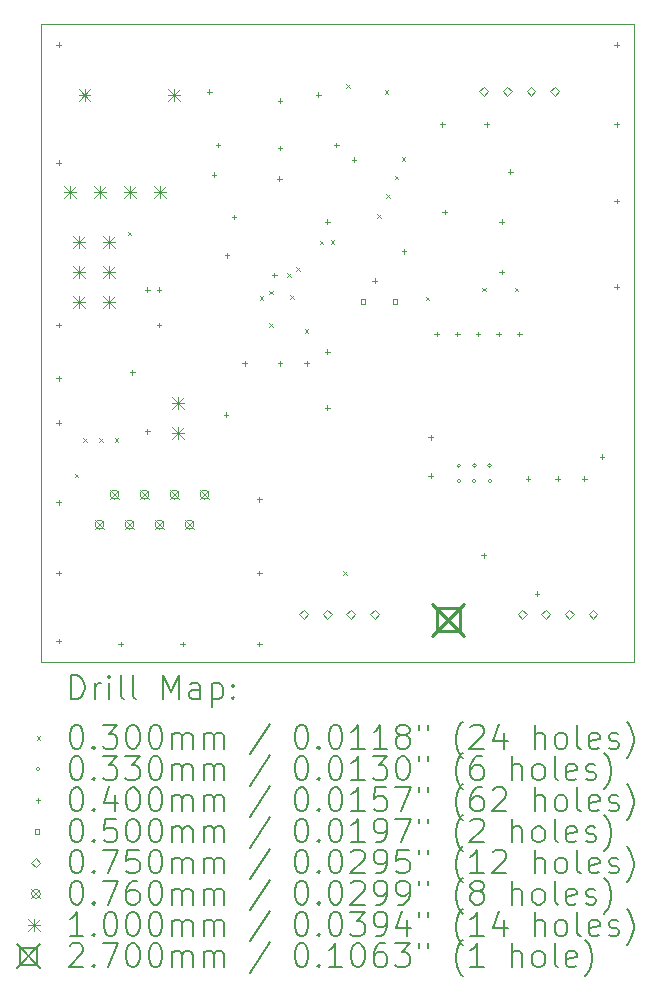
<source format=gbr>
%TF.GenerationSoftware,KiCad,Pcbnew,8.0.2*%
%TF.CreationDate,2024-05-29T11:07:07+02:00*%
%TF.ProjectId,JK-BMS_CAN,4a4b2d42-4d53-45f4-9341-4e2e6b696361,rev?*%
%TF.SameCoordinates,Original*%
%TF.FileFunction,Drillmap*%
%TF.FilePolarity,Positive*%
%FSLAX45Y45*%
G04 Gerber Fmt 4.5, Leading zero omitted, Abs format (unit mm)*
G04 Created by KiCad (PCBNEW 8.0.2) date 2024-05-29 11:07:07*
%MOMM*%
%LPD*%
G01*
G04 APERTURE LIST*
%ADD10C,0.100000*%
%ADD11C,0.200000*%
%ADD12C,0.270000*%
G04 APERTURE END LIST*
D10*
X8350000Y-7275000D02*
X13375000Y-7275000D01*
X13375000Y-12675000D01*
X8350000Y-12675000D01*
X8350000Y-7275000D01*
D11*
D10*
X8635000Y-11085000D02*
X8665000Y-11115000D01*
X8665000Y-11085000D02*
X8635000Y-11115000D01*
X8710000Y-10785000D02*
X8740000Y-10815000D01*
X8740000Y-10785000D02*
X8710000Y-10815000D01*
X8842500Y-10785000D02*
X8872500Y-10815000D01*
X8872500Y-10785000D02*
X8842500Y-10815000D01*
X8975000Y-10785000D02*
X9005000Y-10815000D01*
X9005000Y-10785000D02*
X8975000Y-10815000D01*
X9085000Y-9035000D02*
X9115000Y-9065000D01*
X9115000Y-9035000D02*
X9085000Y-9065000D01*
X10204706Y-9579706D02*
X10234706Y-9609706D01*
X10234706Y-9579706D02*
X10204706Y-9609706D01*
X10285000Y-9535000D02*
X10315000Y-9565000D01*
X10315000Y-9535000D02*
X10285000Y-9565000D01*
X10285000Y-9810000D02*
X10315000Y-9840000D01*
X10315000Y-9810000D02*
X10285000Y-9840000D01*
X10435000Y-9385000D02*
X10465000Y-9415000D01*
X10465000Y-9385000D02*
X10435000Y-9415000D01*
X10460000Y-9572500D02*
X10490000Y-9602500D01*
X10490000Y-9572500D02*
X10460000Y-9602500D01*
X10510000Y-9335000D02*
X10540000Y-9365000D01*
X10540000Y-9335000D02*
X10510000Y-9365000D01*
X10585000Y-9860000D02*
X10615000Y-9890000D01*
X10615000Y-9860000D02*
X10585000Y-9890000D01*
X10710000Y-9110000D02*
X10740000Y-9140000D01*
X10740000Y-9110000D02*
X10710000Y-9140000D01*
X10804194Y-9104194D02*
X10834194Y-9134194D01*
X10834194Y-9104194D02*
X10804194Y-9134194D01*
X10910000Y-11910000D02*
X10940000Y-11940000D01*
X10940000Y-11910000D02*
X10910000Y-11940000D01*
X10935000Y-7785000D02*
X10965000Y-7815000D01*
X10965000Y-7785000D02*
X10935000Y-7815000D01*
X11197056Y-8884556D02*
X11227056Y-8914556D01*
X11227056Y-8884556D02*
X11197056Y-8914556D01*
X11260000Y-7835000D02*
X11290000Y-7865000D01*
X11290000Y-7835000D02*
X11260000Y-7865000D01*
X11272500Y-8715806D02*
X11302500Y-8745806D01*
X11302500Y-8715806D02*
X11272500Y-8745806D01*
X11347500Y-8559112D02*
X11377500Y-8589112D01*
X11377500Y-8559112D02*
X11347500Y-8589112D01*
X11403306Y-8403306D02*
X11433306Y-8433306D01*
X11433306Y-8403306D02*
X11403306Y-8433306D01*
X11610000Y-9585000D02*
X11640000Y-9615000D01*
X11640000Y-9585000D02*
X11610000Y-9615000D01*
X12085000Y-9510000D02*
X12115000Y-9540000D01*
X12115000Y-9510000D02*
X12085000Y-9540000D01*
X12360000Y-9510000D02*
X12390000Y-9540000D01*
X12390000Y-9510000D02*
X12360000Y-9540000D01*
X11905780Y-11014480D02*
G75*
G02*
X11872780Y-11014480I-16500J0D01*
G01*
X11872780Y-11014480D02*
G75*
G02*
X11905780Y-11014480I16500J0D01*
G01*
X11905780Y-11144480D02*
G75*
G02*
X11872780Y-11144480I-16500J0D01*
G01*
X11872780Y-11144480D02*
G75*
G02*
X11905780Y-11144480I16500J0D01*
G01*
X12035780Y-11014480D02*
G75*
G02*
X12002780Y-11014480I-16500J0D01*
G01*
X12002780Y-11014480D02*
G75*
G02*
X12035780Y-11014480I16500J0D01*
G01*
X12035780Y-11144480D02*
G75*
G02*
X12002780Y-11144480I-16500J0D01*
G01*
X12002780Y-11144480D02*
G75*
G02*
X12035780Y-11144480I16500J0D01*
G01*
X12165780Y-11014480D02*
G75*
G02*
X12132780Y-11014480I-16500J0D01*
G01*
X12132780Y-11014480D02*
G75*
G02*
X12165780Y-11014480I16500J0D01*
G01*
X12165780Y-11144480D02*
G75*
G02*
X12132780Y-11144480I-16500J0D01*
G01*
X12132780Y-11144480D02*
G75*
G02*
X12165780Y-11144480I16500J0D01*
G01*
X8500000Y-7430000D02*
X8500000Y-7470000D01*
X8480000Y-7450000D02*
X8520000Y-7450000D01*
X8500000Y-8430000D02*
X8500000Y-8470000D01*
X8480000Y-8450000D02*
X8520000Y-8450000D01*
X8500000Y-9805000D02*
X8500000Y-9845000D01*
X8480000Y-9825000D02*
X8520000Y-9825000D01*
X8500000Y-10255000D02*
X8500000Y-10295000D01*
X8480000Y-10275000D02*
X8520000Y-10275000D01*
X8500000Y-10630000D02*
X8500000Y-10670000D01*
X8480000Y-10650000D02*
X8520000Y-10650000D01*
X8500000Y-11305000D02*
X8500000Y-11345000D01*
X8480000Y-11325000D02*
X8520000Y-11325000D01*
X8500000Y-11905000D02*
X8500000Y-11945000D01*
X8480000Y-11925000D02*
X8520000Y-11925000D01*
X8500000Y-12480000D02*
X8500000Y-12520000D01*
X8480000Y-12500000D02*
X8520000Y-12500000D01*
X9025000Y-12505000D02*
X9025000Y-12545000D01*
X9005000Y-12525000D02*
X9045000Y-12525000D01*
X9125000Y-10205000D02*
X9125000Y-10245000D01*
X9105000Y-10225000D02*
X9145000Y-10225000D01*
X9250000Y-9505000D02*
X9250000Y-9545000D01*
X9230000Y-9525000D02*
X9270000Y-9525000D01*
X9250000Y-10705000D02*
X9250000Y-10745000D01*
X9230000Y-10725000D02*
X9270000Y-10725000D01*
X9350000Y-9505000D02*
X9350000Y-9545000D01*
X9330000Y-9525000D02*
X9370000Y-9525000D01*
X9350000Y-9805000D02*
X9350000Y-9845000D01*
X9330000Y-9825000D02*
X9370000Y-9825000D01*
X9550000Y-12505000D02*
X9550000Y-12545000D01*
X9530000Y-12525000D02*
X9570000Y-12525000D01*
X9775000Y-7830000D02*
X9775000Y-7870000D01*
X9755000Y-7850000D02*
X9795000Y-7850000D01*
X9815000Y-8530000D02*
X9815000Y-8570000D01*
X9795000Y-8550000D02*
X9835000Y-8550000D01*
X9850000Y-8280000D02*
X9850000Y-8320000D01*
X9830000Y-8300000D02*
X9870000Y-8300000D01*
X9917250Y-10562750D02*
X9917250Y-10602750D01*
X9897250Y-10582750D02*
X9937250Y-10582750D01*
X9925000Y-9215000D02*
X9925000Y-9255000D01*
X9905000Y-9235000D02*
X9945000Y-9235000D01*
X9985000Y-8890000D02*
X9985000Y-8930000D01*
X9965000Y-8910000D02*
X10005000Y-8910000D01*
X10075000Y-10130000D02*
X10075000Y-10170000D01*
X10055000Y-10150000D02*
X10095000Y-10150000D01*
X10200000Y-11280000D02*
X10200000Y-11320000D01*
X10180000Y-11300000D02*
X10220000Y-11300000D01*
X10200000Y-11905000D02*
X10200000Y-11945000D01*
X10180000Y-11925000D02*
X10220000Y-11925000D01*
X10200000Y-12505000D02*
X10200000Y-12545000D01*
X10180000Y-12525000D02*
X10220000Y-12525000D01*
X10325000Y-9380000D02*
X10325000Y-9420000D01*
X10305000Y-9400000D02*
X10345000Y-9400000D01*
X10370000Y-8565000D02*
X10370000Y-8605000D01*
X10350000Y-8585000D02*
X10390000Y-8585000D01*
X10375000Y-7905000D02*
X10375000Y-7945000D01*
X10355000Y-7925000D02*
X10395000Y-7925000D01*
X10375000Y-8305000D02*
X10375000Y-8345000D01*
X10355000Y-8325000D02*
X10395000Y-8325000D01*
X10375000Y-10130000D02*
X10375000Y-10170000D01*
X10355000Y-10150000D02*
X10395000Y-10150000D01*
X10600000Y-10130000D02*
X10600000Y-10170000D01*
X10580000Y-10150000D02*
X10620000Y-10150000D01*
X10700000Y-7855000D02*
X10700000Y-7895000D01*
X10680000Y-7875000D02*
X10720000Y-7875000D01*
X10775000Y-8930000D02*
X10775000Y-8970000D01*
X10755000Y-8950000D02*
X10795000Y-8950000D01*
X10775000Y-10030000D02*
X10775000Y-10070000D01*
X10755000Y-10050000D02*
X10795000Y-10050000D01*
X10775000Y-10505000D02*
X10775000Y-10545000D01*
X10755000Y-10525000D02*
X10795000Y-10525000D01*
X10850000Y-8280000D02*
X10850000Y-8320000D01*
X10830000Y-8300000D02*
X10870000Y-8300000D01*
X11000000Y-8405000D02*
X11000000Y-8445000D01*
X10980000Y-8425000D02*
X11020000Y-8425000D01*
X11175000Y-9430000D02*
X11175000Y-9470000D01*
X11155000Y-9450000D02*
X11195000Y-9450000D01*
X11425000Y-9180000D02*
X11425000Y-9220000D01*
X11405000Y-9200000D02*
X11445000Y-9200000D01*
X11650000Y-10755000D02*
X11650000Y-10795000D01*
X11630000Y-10775000D02*
X11670000Y-10775000D01*
X11650000Y-11080000D02*
X11650000Y-11120000D01*
X11630000Y-11100000D02*
X11670000Y-11100000D01*
X11700000Y-9880000D02*
X11700000Y-9920000D01*
X11680000Y-9900000D02*
X11720000Y-9900000D01*
X11750000Y-8105000D02*
X11750000Y-8145000D01*
X11730000Y-8125000D02*
X11770000Y-8125000D01*
X11767350Y-8847350D02*
X11767350Y-8887350D01*
X11747350Y-8867350D02*
X11787350Y-8867350D01*
X11875000Y-9880000D02*
X11875000Y-9920000D01*
X11855000Y-9900000D02*
X11895000Y-9900000D01*
X12050000Y-9880000D02*
X12050000Y-9920000D01*
X12030000Y-9900000D02*
X12070000Y-9900000D01*
X12100000Y-11755000D02*
X12100000Y-11795000D01*
X12080000Y-11775000D02*
X12120000Y-11775000D01*
X12125000Y-8105000D02*
X12125000Y-8145000D01*
X12105000Y-8125000D02*
X12145000Y-8125000D01*
X12225000Y-9880000D02*
X12225000Y-9920000D01*
X12205000Y-9900000D02*
X12245000Y-9900000D01*
X12250000Y-8930000D02*
X12250000Y-8970000D01*
X12230000Y-8950000D02*
X12270000Y-8950000D01*
X12250000Y-9355000D02*
X12250000Y-9395000D01*
X12230000Y-9375000D02*
X12270000Y-9375000D01*
X12325000Y-8505000D02*
X12325000Y-8545000D01*
X12305000Y-8525000D02*
X12345000Y-8525000D01*
X12400000Y-9880000D02*
X12400000Y-9920000D01*
X12380000Y-9900000D02*
X12420000Y-9900000D01*
X12475000Y-11105000D02*
X12475000Y-11145000D01*
X12455000Y-11125000D02*
X12495000Y-11125000D01*
X12550000Y-12080000D02*
X12550000Y-12120000D01*
X12530000Y-12100000D02*
X12570000Y-12100000D01*
X12725000Y-11105000D02*
X12725000Y-11145000D01*
X12705000Y-11125000D02*
X12745000Y-11125000D01*
X12950000Y-11105000D02*
X12950000Y-11145000D01*
X12930000Y-11125000D02*
X12970000Y-11125000D01*
X13100000Y-10920000D02*
X13100000Y-10960000D01*
X13080000Y-10940000D02*
X13120000Y-10940000D01*
X13225000Y-7430000D02*
X13225000Y-7470000D01*
X13205000Y-7450000D02*
X13245000Y-7450000D01*
X13225000Y-8105000D02*
X13225000Y-8145000D01*
X13205000Y-8125000D02*
X13245000Y-8125000D01*
X13225000Y-8755000D02*
X13225000Y-8795000D01*
X13205000Y-8775000D02*
X13245000Y-8775000D01*
X13225000Y-9480000D02*
X13225000Y-9520000D01*
X13205000Y-9500000D02*
X13245000Y-9500000D01*
X11092678Y-9642678D02*
X11092678Y-9607322D01*
X11057322Y-9607322D01*
X11057322Y-9642678D01*
X11092678Y-9642678D01*
X11367678Y-9642678D02*
X11367678Y-9607322D01*
X11332322Y-9607322D01*
X11332322Y-9642678D01*
X11367678Y-9642678D01*
X10575000Y-12312500D02*
X10612500Y-12275000D01*
X10575000Y-12237500D01*
X10537500Y-12275000D01*
X10575000Y-12312500D01*
X10775000Y-12312500D02*
X10812500Y-12275000D01*
X10775000Y-12237500D01*
X10737500Y-12275000D01*
X10775000Y-12312500D01*
X10975000Y-12312500D02*
X11012500Y-12275000D01*
X10975000Y-12237500D01*
X10937500Y-12275000D01*
X10975000Y-12312500D01*
X11175000Y-12312500D02*
X11212500Y-12275000D01*
X11175000Y-12237500D01*
X11137500Y-12275000D01*
X11175000Y-12312500D01*
X12100000Y-7882500D02*
X12137500Y-7845000D01*
X12100000Y-7807500D01*
X12062500Y-7845000D01*
X12100000Y-7882500D01*
X12300000Y-7882500D02*
X12337500Y-7845000D01*
X12300000Y-7807500D01*
X12262500Y-7845000D01*
X12300000Y-7882500D01*
X12425000Y-12312500D02*
X12462500Y-12275000D01*
X12425000Y-12237500D01*
X12387500Y-12275000D01*
X12425000Y-12312500D01*
X12500000Y-7882500D02*
X12537500Y-7845000D01*
X12500000Y-7807500D01*
X12462500Y-7845000D01*
X12500000Y-7882500D01*
X12625000Y-12312500D02*
X12662500Y-12275000D01*
X12625000Y-12237500D01*
X12587500Y-12275000D01*
X12625000Y-12312500D01*
X12700000Y-7882500D02*
X12737500Y-7845000D01*
X12700000Y-7807500D01*
X12662500Y-7845000D01*
X12700000Y-7882500D01*
X12825000Y-12312500D02*
X12862500Y-12275000D01*
X12825000Y-12237500D01*
X12787500Y-12275000D01*
X12825000Y-12312500D01*
X13025000Y-12312500D02*
X13062500Y-12275000D01*
X13025000Y-12237500D01*
X12987500Y-12275000D01*
X13025000Y-12312500D01*
X8808750Y-11477000D02*
X8884750Y-11553000D01*
X8884750Y-11477000D02*
X8808750Y-11553000D01*
X8884750Y-11515000D02*
G75*
G02*
X8808750Y-11515000I-38000J0D01*
G01*
X8808750Y-11515000D02*
G75*
G02*
X8884750Y-11515000I38000J0D01*
G01*
X8935750Y-11223000D02*
X9011750Y-11299000D01*
X9011750Y-11223000D02*
X8935750Y-11299000D01*
X9011750Y-11261000D02*
G75*
G02*
X8935750Y-11261000I-38000J0D01*
G01*
X8935750Y-11261000D02*
G75*
G02*
X9011750Y-11261000I38000J0D01*
G01*
X9062750Y-11477000D02*
X9138750Y-11553000D01*
X9138750Y-11477000D02*
X9062750Y-11553000D01*
X9138750Y-11515000D02*
G75*
G02*
X9062750Y-11515000I-38000J0D01*
G01*
X9062750Y-11515000D02*
G75*
G02*
X9138750Y-11515000I38000J0D01*
G01*
X9189750Y-11223000D02*
X9265750Y-11299000D01*
X9265750Y-11223000D02*
X9189750Y-11299000D01*
X9265750Y-11261000D02*
G75*
G02*
X9189750Y-11261000I-38000J0D01*
G01*
X9189750Y-11261000D02*
G75*
G02*
X9265750Y-11261000I38000J0D01*
G01*
X9316750Y-11477000D02*
X9392750Y-11553000D01*
X9392750Y-11477000D02*
X9316750Y-11553000D01*
X9392750Y-11515000D02*
G75*
G02*
X9316750Y-11515000I-38000J0D01*
G01*
X9316750Y-11515000D02*
G75*
G02*
X9392750Y-11515000I38000J0D01*
G01*
X9443750Y-11223000D02*
X9519750Y-11299000D01*
X9519750Y-11223000D02*
X9443750Y-11299000D01*
X9519750Y-11261000D02*
G75*
G02*
X9443750Y-11261000I-38000J0D01*
G01*
X9443750Y-11261000D02*
G75*
G02*
X9519750Y-11261000I38000J0D01*
G01*
X9570750Y-11477000D02*
X9646750Y-11553000D01*
X9646750Y-11477000D02*
X9570750Y-11553000D01*
X9646750Y-11515000D02*
G75*
G02*
X9570750Y-11515000I-38000J0D01*
G01*
X9570750Y-11515000D02*
G75*
G02*
X9646750Y-11515000I38000J0D01*
G01*
X9697750Y-11223000D02*
X9773750Y-11299000D01*
X9773750Y-11223000D02*
X9697750Y-11299000D01*
X9773750Y-11261000D02*
G75*
G02*
X9697750Y-11261000I-38000J0D01*
G01*
X9697750Y-11261000D02*
G75*
G02*
X9773750Y-11261000I38000J0D01*
G01*
X8545000Y-8650000D02*
X8645000Y-8750000D01*
X8645000Y-8650000D02*
X8545000Y-8750000D01*
X8595000Y-8650000D02*
X8595000Y-8750000D01*
X8545000Y-8700000D02*
X8645000Y-8700000D01*
X8622500Y-9072500D02*
X8722500Y-9172500D01*
X8722500Y-9072500D02*
X8622500Y-9172500D01*
X8672500Y-9072500D02*
X8672500Y-9172500D01*
X8622500Y-9122500D02*
X8722500Y-9122500D01*
X8622500Y-9326500D02*
X8722500Y-9426500D01*
X8722500Y-9326500D02*
X8622500Y-9426500D01*
X8672500Y-9326500D02*
X8672500Y-9426500D01*
X8622500Y-9376500D02*
X8722500Y-9376500D01*
X8622500Y-9580500D02*
X8722500Y-9680500D01*
X8722500Y-9580500D02*
X8622500Y-9680500D01*
X8672500Y-9580500D02*
X8672500Y-9680500D01*
X8622500Y-9630500D02*
X8722500Y-9630500D01*
X8670000Y-7825000D02*
X8770000Y-7925000D01*
X8770000Y-7825000D02*
X8670000Y-7925000D01*
X8720000Y-7825000D02*
X8720000Y-7925000D01*
X8670000Y-7875000D02*
X8770000Y-7875000D01*
X8799000Y-8650000D02*
X8899000Y-8750000D01*
X8899000Y-8650000D02*
X8799000Y-8750000D01*
X8849000Y-8650000D02*
X8849000Y-8750000D01*
X8799000Y-8700000D02*
X8899000Y-8700000D01*
X8876500Y-9072500D02*
X8976500Y-9172500D01*
X8976500Y-9072500D02*
X8876500Y-9172500D01*
X8926500Y-9072500D02*
X8926500Y-9172500D01*
X8876500Y-9122500D02*
X8976500Y-9122500D01*
X8876500Y-9326500D02*
X8976500Y-9426500D01*
X8976500Y-9326500D02*
X8876500Y-9426500D01*
X8926500Y-9326500D02*
X8926500Y-9426500D01*
X8876500Y-9376500D02*
X8976500Y-9376500D01*
X8876500Y-9580500D02*
X8976500Y-9680500D01*
X8976500Y-9580500D02*
X8876500Y-9680500D01*
X8926500Y-9580500D02*
X8926500Y-9680500D01*
X8876500Y-9630500D02*
X8976500Y-9630500D01*
X9053000Y-8650000D02*
X9153000Y-8750000D01*
X9153000Y-8650000D02*
X9053000Y-8750000D01*
X9103000Y-8650000D02*
X9103000Y-8750000D01*
X9053000Y-8700000D02*
X9153000Y-8700000D01*
X9307000Y-8650000D02*
X9407000Y-8750000D01*
X9407000Y-8650000D02*
X9307000Y-8750000D01*
X9357000Y-8650000D02*
X9357000Y-8750000D01*
X9307000Y-8700000D02*
X9407000Y-8700000D01*
X9430000Y-7825000D02*
X9530000Y-7925000D01*
X9530000Y-7825000D02*
X9430000Y-7925000D01*
X9480000Y-7825000D02*
X9480000Y-7925000D01*
X9430000Y-7875000D02*
X9530000Y-7875000D01*
X9459500Y-10433500D02*
X9559500Y-10533500D01*
X9559500Y-10433500D02*
X9459500Y-10533500D01*
X9509500Y-10433500D02*
X9509500Y-10533500D01*
X9459500Y-10483500D02*
X9559500Y-10483500D01*
X9459500Y-10687500D02*
X9559500Y-10787500D01*
X9559500Y-10687500D02*
X9459500Y-10787500D01*
X9509500Y-10687500D02*
X9509500Y-10787500D01*
X9459500Y-10737500D02*
X9559500Y-10737500D01*
D12*
X11665000Y-12184000D02*
X11935000Y-12454000D01*
X11935000Y-12184000D02*
X11665000Y-12454000D01*
X11895460Y-12414460D02*
X11895460Y-12223540D01*
X11704540Y-12223540D01*
X11704540Y-12414460D01*
X11895460Y-12414460D01*
D11*
X8605777Y-12991484D02*
X8605777Y-12791484D01*
X8605777Y-12791484D02*
X8653396Y-12791484D01*
X8653396Y-12791484D02*
X8681967Y-12801008D01*
X8681967Y-12801008D02*
X8701015Y-12820055D01*
X8701015Y-12820055D02*
X8710539Y-12839103D01*
X8710539Y-12839103D02*
X8720063Y-12877198D01*
X8720063Y-12877198D02*
X8720063Y-12905769D01*
X8720063Y-12905769D02*
X8710539Y-12943865D01*
X8710539Y-12943865D02*
X8701015Y-12962912D01*
X8701015Y-12962912D02*
X8681967Y-12981960D01*
X8681967Y-12981960D02*
X8653396Y-12991484D01*
X8653396Y-12991484D02*
X8605777Y-12991484D01*
X8805777Y-12991484D02*
X8805777Y-12858150D01*
X8805777Y-12896246D02*
X8815301Y-12877198D01*
X8815301Y-12877198D02*
X8824824Y-12867674D01*
X8824824Y-12867674D02*
X8843872Y-12858150D01*
X8843872Y-12858150D02*
X8862920Y-12858150D01*
X8929586Y-12991484D02*
X8929586Y-12858150D01*
X8929586Y-12791484D02*
X8920063Y-12801008D01*
X8920063Y-12801008D02*
X8929586Y-12810531D01*
X8929586Y-12810531D02*
X8939110Y-12801008D01*
X8939110Y-12801008D02*
X8929586Y-12791484D01*
X8929586Y-12791484D02*
X8929586Y-12810531D01*
X9053396Y-12991484D02*
X9034348Y-12981960D01*
X9034348Y-12981960D02*
X9024824Y-12962912D01*
X9024824Y-12962912D02*
X9024824Y-12791484D01*
X9158158Y-12991484D02*
X9139110Y-12981960D01*
X9139110Y-12981960D02*
X9129586Y-12962912D01*
X9129586Y-12962912D02*
X9129586Y-12791484D01*
X9386729Y-12991484D02*
X9386729Y-12791484D01*
X9386729Y-12791484D02*
X9453396Y-12934341D01*
X9453396Y-12934341D02*
X9520063Y-12791484D01*
X9520063Y-12791484D02*
X9520063Y-12991484D01*
X9701015Y-12991484D02*
X9701015Y-12886722D01*
X9701015Y-12886722D02*
X9691491Y-12867674D01*
X9691491Y-12867674D02*
X9672444Y-12858150D01*
X9672444Y-12858150D02*
X9634348Y-12858150D01*
X9634348Y-12858150D02*
X9615301Y-12867674D01*
X9701015Y-12981960D02*
X9681967Y-12991484D01*
X9681967Y-12991484D02*
X9634348Y-12991484D01*
X9634348Y-12991484D02*
X9615301Y-12981960D01*
X9615301Y-12981960D02*
X9605777Y-12962912D01*
X9605777Y-12962912D02*
X9605777Y-12943865D01*
X9605777Y-12943865D02*
X9615301Y-12924817D01*
X9615301Y-12924817D02*
X9634348Y-12915293D01*
X9634348Y-12915293D02*
X9681967Y-12915293D01*
X9681967Y-12915293D02*
X9701015Y-12905769D01*
X9796253Y-12858150D02*
X9796253Y-13058150D01*
X9796253Y-12867674D02*
X9815301Y-12858150D01*
X9815301Y-12858150D02*
X9853396Y-12858150D01*
X9853396Y-12858150D02*
X9872444Y-12867674D01*
X9872444Y-12867674D02*
X9881967Y-12877198D01*
X9881967Y-12877198D02*
X9891491Y-12896246D01*
X9891491Y-12896246D02*
X9891491Y-12953388D01*
X9891491Y-12953388D02*
X9881967Y-12972436D01*
X9881967Y-12972436D02*
X9872444Y-12981960D01*
X9872444Y-12981960D02*
X9853396Y-12991484D01*
X9853396Y-12991484D02*
X9815301Y-12991484D01*
X9815301Y-12991484D02*
X9796253Y-12981960D01*
X9977205Y-12972436D02*
X9986729Y-12981960D01*
X9986729Y-12981960D02*
X9977205Y-12991484D01*
X9977205Y-12991484D02*
X9967682Y-12981960D01*
X9967682Y-12981960D02*
X9977205Y-12972436D01*
X9977205Y-12972436D02*
X9977205Y-12991484D01*
X9977205Y-12867674D02*
X9986729Y-12877198D01*
X9986729Y-12877198D02*
X9977205Y-12886722D01*
X9977205Y-12886722D02*
X9967682Y-12877198D01*
X9967682Y-12877198D02*
X9977205Y-12867674D01*
X9977205Y-12867674D02*
X9977205Y-12886722D01*
D10*
X8315000Y-13305000D02*
X8345000Y-13335000D01*
X8345000Y-13305000D02*
X8315000Y-13335000D01*
D11*
X8643872Y-13211484D02*
X8662920Y-13211484D01*
X8662920Y-13211484D02*
X8681967Y-13221008D01*
X8681967Y-13221008D02*
X8691491Y-13230531D01*
X8691491Y-13230531D02*
X8701015Y-13249579D01*
X8701015Y-13249579D02*
X8710539Y-13287674D01*
X8710539Y-13287674D02*
X8710539Y-13335293D01*
X8710539Y-13335293D02*
X8701015Y-13373388D01*
X8701015Y-13373388D02*
X8691491Y-13392436D01*
X8691491Y-13392436D02*
X8681967Y-13401960D01*
X8681967Y-13401960D02*
X8662920Y-13411484D01*
X8662920Y-13411484D02*
X8643872Y-13411484D01*
X8643872Y-13411484D02*
X8624824Y-13401960D01*
X8624824Y-13401960D02*
X8615301Y-13392436D01*
X8615301Y-13392436D02*
X8605777Y-13373388D01*
X8605777Y-13373388D02*
X8596253Y-13335293D01*
X8596253Y-13335293D02*
X8596253Y-13287674D01*
X8596253Y-13287674D02*
X8605777Y-13249579D01*
X8605777Y-13249579D02*
X8615301Y-13230531D01*
X8615301Y-13230531D02*
X8624824Y-13221008D01*
X8624824Y-13221008D02*
X8643872Y-13211484D01*
X8796253Y-13392436D02*
X8805777Y-13401960D01*
X8805777Y-13401960D02*
X8796253Y-13411484D01*
X8796253Y-13411484D02*
X8786729Y-13401960D01*
X8786729Y-13401960D02*
X8796253Y-13392436D01*
X8796253Y-13392436D02*
X8796253Y-13411484D01*
X8872444Y-13211484D02*
X8996253Y-13211484D01*
X8996253Y-13211484D02*
X8929586Y-13287674D01*
X8929586Y-13287674D02*
X8958158Y-13287674D01*
X8958158Y-13287674D02*
X8977205Y-13297198D01*
X8977205Y-13297198D02*
X8986729Y-13306722D01*
X8986729Y-13306722D02*
X8996253Y-13325769D01*
X8996253Y-13325769D02*
X8996253Y-13373388D01*
X8996253Y-13373388D02*
X8986729Y-13392436D01*
X8986729Y-13392436D02*
X8977205Y-13401960D01*
X8977205Y-13401960D02*
X8958158Y-13411484D01*
X8958158Y-13411484D02*
X8901015Y-13411484D01*
X8901015Y-13411484D02*
X8881967Y-13401960D01*
X8881967Y-13401960D02*
X8872444Y-13392436D01*
X9120063Y-13211484D02*
X9139110Y-13211484D01*
X9139110Y-13211484D02*
X9158158Y-13221008D01*
X9158158Y-13221008D02*
X9167682Y-13230531D01*
X9167682Y-13230531D02*
X9177205Y-13249579D01*
X9177205Y-13249579D02*
X9186729Y-13287674D01*
X9186729Y-13287674D02*
X9186729Y-13335293D01*
X9186729Y-13335293D02*
X9177205Y-13373388D01*
X9177205Y-13373388D02*
X9167682Y-13392436D01*
X9167682Y-13392436D02*
X9158158Y-13401960D01*
X9158158Y-13401960D02*
X9139110Y-13411484D01*
X9139110Y-13411484D02*
X9120063Y-13411484D01*
X9120063Y-13411484D02*
X9101015Y-13401960D01*
X9101015Y-13401960D02*
X9091491Y-13392436D01*
X9091491Y-13392436D02*
X9081967Y-13373388D01*
X9081967Y-13373388D02*
X9072444Y-13335293D01*
X9072444Y-13335293D02*
X9072444Y-13287674D01*
X9072444Y-13287674D02*
X9081967Y-13249579D01*
X9081967Y-13249579D02*
X9091491Y-13230531D01*
X9091491Y-13230531D02*
X9101015Y-13221008D01*
X9101015Y-13221008D02*
X9120063Y-13211484D01*
X9310539Y-13211484D02*
X9329586Y-13211484D01*
X9329586Y-13211484D02*
X9348634Y-13221008D01*
X9348634Y-13221008D02*
X9358158Y-13230531D01*
X9358158Y-13230531D02*
X9367682Y-13249579D01*
X9367682Y-13249579D02*
X9377205Y-13287674D01*
X9377205Y-13287674D02*
X9377205Y-13335293D01*
X9377205Y-13335293D02*
X9367682Y-13373388D01*
X9367682Y-13373388D02*
X9358158Y-13392436D01*
X9358158Y-13392436D02*
X9348634Y-13401960D01*
X9348634Y-13401960D02*
X9329586Y-13411484D01*
X9329586Y-13411484D02*
X9310539Y-13411484D01*
X9310539Y-13411484D02*
X9291491Y-13401960D01*
X9291491Y-13401960D02*
X9281967Y-13392436D01*
X9281967Y-13392436D02*
X9272444Y-13373388D01*
X9272444Y-13373388D02*
X9262920Y-13335293D01*
X9262920Y-13335293D02*
X9262920Y-13287674D01*
X9262920Y-13287674D02*
X9272444Y-13249579D01*
X9272444Y-13249579D02*
X9281967Y-13230531D01*
X9281967Y-13230531D02*
X9291491Y-13221008D01*
X9291491Y-13221008D02*
X9310539Y-13211484D01*
X9462920Y-13411484D02*
X9462920Y-13278150D01*
X9462920Y-13297198D02*
X9472444Y-13287674D01*
X9472444Y-13287674D02*
X9491491Y-13278150D01*
X9491491Y-13278150D02*
X9520063Y-13278150D01*
X9520063Y-13278150D02*
X9539110Y-13287674D01*
X9539110Y-13287674D02*
X9548634Y-13306722D01*
X9548634Y-13306722D02*
X9548634Y-13411484D01*
X9548634Y-13306722D02*
X9558158Y-13287674D01*
X9558158Y-13287674D02*
X9577205Y-13278150D01*
X9577205Y-13278150D02*
X9605777Y-13278150D01*
X9605777Y-13278150D02*
X9624825Y-13287674D01*
X9624825Y-13287674D02*
X9634348Y-13306722D01*
X9634348Y-13306722D02*
X9634348Y-13411484D01*
X9729586Y-13411484D02*
X9729586Y-13278150D01*
X9729586Y-13297198D02*
X9739110Y-13287674D01*
X9739110Y-13287674D02*
X9758158Y-13278150D01*
X9758158Y-13278150D02*
X9786729Y-13278150D01*
X9786729Y-13278150D02*
X9805777Y-13287674D01*
X9805777Y-13287674D02*
X9815301Y-13306722D01*
X9815301Y-13306722D02*
X9815301Y-13411484D01*
X9815301Y-13306722D02*
X9824825Y-13287674D01*
X9824825Y-13287674D02*
X9843872Y-13278150D01*
X9843872Y-13278150D02*
X9872444Y-13278150D01*
X9872444Y-13278150D02*
X9891491Y-13287674D01*
X9891491Y-13287674D02*
X9901015Y-13306722D01*
X9901015Y-13306722D02*
X9901015Y-13411484D01*
X10291491Y-13201960D02*
X10120063Y-13459103D01*
X10548634Y-13211484D02*
X10567682Y-13211484D01*
X10567682Y-13211484D02*
X10586729Y-13221008D01*
X10586729Y-13221008D02*
X10596253Y-13230531D01*
X10596253Y-13230531D02*
X10605777Y-13249579D01*
X10605777Y-13249579D02*
X10615301Y-13287674D01*
X10615301Y-13287674D02*
X10615301Y-13335293D01*
X10615301Y-13335293D02*
X10605777Y-13373388D01*
X10605777Y-13373388D02*
X10596253Y-13392436D01*
X10596253Y-13392436D02*
X10586729Y-13401960D01*
X10586729Y-13401960D02*
X10567682Y-13411484D01*
X10567682Y-13411484D02*
X10548634Y-13411484D01*
X10548634Y-13411484D02*
X10529587Y-13401960D01*
X10529587Y-13401960D02*
X10520063Y-13392436D01*
X10520063Y-13392436D02*
X10510539Y-13373388D01*
X10510539Y-13373388D02*
X10501015Y-13335293D01*
X10501015Y-13335293D02*
X10501015Y-13287674D01*
X10501015Y-13287674D02*
X10510539Y-13249579D01*
X10510539Y-13249579D02*
X10520063Y-13230531D01*
X10520063Y-13230531D02*
X10529587Y-13221008D01*
X10529587Y-13221008D02*
X10548634Y-13211484D01*
X10701015Y-13392436D02*
X10710539Y-13401960D01*
X10710539Y-13401960D02*
X10701015Y-13411484D01*
X10701015Y-13411484D02*
X10691491Y-13401960D01*
X10691491Y-13401960D02*
X10701015Y-13392436D01*
X10701015Y-13392436D02*
X10701015Y-13411484D01*
X10834348Y-13211484D02*
X10853396Y-13211484D01*
X10853396Y-13211484D02*
X10872444Y-13221008D01*
X10872444Y-13221008D02*
X10881968Y-13230531D01*
X10881968Y-13230531D02*
X10891491Y-13249579D01*
X10891491Y-13249579D02*
X10901015Y-13287674D01*
X10901015Y-13287674D02*
X10901015Y-13335293D01*
X10901015Y-13335293D02*
X10891491Y-13373388D01*
X10891491Y-13373388D02*
X10881968Y-13392436D01*
X10881968Y-13392436D02*
X10872444Y-13401960D01*
X10872444Y-13401960D02*
X10853396Y-13411484D01*
X10853396Y-13411484D02*
X10834348Y-13411484D01*
X10834348Y-13411484D02*
X10815301Y-13401960D01*
X10815301Y-13401960D02*
X10805777Y-13392436D01*
X10805777Y-13392436D02*
X10796253Y-13373388D01*
X10796253Y-13373388D02*
X10786729Y-13335293D01*
X10786729Y-13335293D02*
X10786729Y-13287674D01*
X10786729Y-13287674D02*
X10796253Y-13249579D01*
X10796253Y-13249579D02*
X10805777Y-13230531D01*
X10805777Y-13230531D02*
X10815301Y-13221008D01*
X10815301Y-13221008D02*
X10834348Y-13211484D01*
X11091491Y-13411484D02*
X10977206Y-13411484D01*
X11034348Y-13411484D02*
X11034348Y-13211484D01*
X11034348Y-13211484D02*
X11015301Y-13240055D01*
X11015301Y-13240055D02*
X10996253Y-13259103D01*
X10996253Y-13259103D02*
X10977206Y-13268627D01*
X11281967Y-13411484D02*
X11167682Y-13411484D01*
X11224825Y-13411484D02*
X11224825Y-13211484D01*
X11224825Y-13211484D02*
X11205777Y-13240055D01*
X11205777Y-13240055D02*
X11186729Y-13259103D01*
X11186729Y-13259103D02*
X11167682Y-13268627D01*
X11396253Y-13297198D02*
X11377206Y-13287674D01*
X11377206Y-13287674D02*
X11367682Y-13278150D01*
X11367682Y-13278150D02*
X11358158Y-13259103D01*
X11358158Y-13259103D02*
X11358158Y-13249579D01*
X11358158Y-13249579D02*
X11367682Y-13230531D01*
X11367682Y-13230531D02*
X11377206Y-13221008D01*
X11377206Y-13221008D02*
X11396253Y-13211484D01*
X11396253Y-13211484D02*
X11434348Y-13211484D01*
X11434348Y-13211484D02*
X11453396Y-13221008D01*
X11453396Y-13221008D02*
X11462920Y-13230531D01*
X11462920Y-13230531D02*
X11472444Y-13249579D01*
X11472444Y-13249579D02*
X11472444Y-13259103D01*
X11472444Y-13259103D02*
X11462920Y-13278150D01*
X11462920Y-13278150D02*
X11453396Y-13287674D01*
X11453396Y-13287674D02*
X11434348Y-13297198D01*
X11434348Y-13297198D02*
X11396253Y-13297198D01*
X11396253Y-13297198D02*
X11377206Y-13306722D01*
X11377206Y-13306722D02*
X11367682Y-13316246D01*
X11367682Y-13316246D02*
X11358158Y-13335293D01*
X11358158Y-13335293D02*
X11358158Y-13373388D01*
X11358158Y-13373388D02*
X11367682Y-13392436D01*
X11367682Y-13392436D02*
X11377206Y-13401960D01*
X11377206Y-13401960D02*
X11396253Y-13411484D01*
X11396253Y-13411484D02*
X11434348Y-13411484D01*
X11434348Y-13411484D02*
X11453396Y-13401960D01*
X11453396Y-13401960D02*
X11462920Y-13392436D01*
X11462920Y-13392436D02*
X11472444Y-13373388D01*
X11472444Y-13373388D02*
X11472444Y-13335293D01*
X11472444Y-13335293D02*
X11462920Y-13316246D01*
X11462920Y-13316246D02*
X11453396Y-13306722D01*
X11453396Y-13306722D02*
X11434348Y-13297198D01*
X11548634Y-13211484D02*
X11548634Y-13249579D01*
X11624825Y-13211484D02*
X11624825Y-13249579D01*
X11920063Y-13487674D02*
X11910539Y-13478150D01*
X11910539Y-13478150D02*
X11891491Y-13449579D01*
X11891491Y-13449579D02*
X11881968Y-13430531D01*
X11881968Y-13430531D02*
X11872444Y-13401960D01*
X11872444Y-13401960D02*
X11862920Y-13354341D01*
X11862920Y-13354341D02*
X11862920Y-13316246D01*
X11862920Y-13316246D02*
X11872444Y-13268627D01*
X11872444Y-13268627D02*
X11881968Y-13240055D01*
X11881968Y-13240055D02*
X11891491Y-13221008D01*
X11891491Y-13221008D02*
X11910539Y-13192436D01*
X11910539Y-13192436D02*
X11920063Y-13182912D01*
X11986729Y-13230531D02*
X11996253Y-13221008D01*
X11996253Y-13221008D02*
X12015301Y-13211484D01*
X12015301Y-13211484D02*
X12062920Y-13211484D01*
X12062920Y-13211484D02*
X12081968Y-13221008D01*
X12081968Y-13221008D02*
X12091491Y-13230531D01*
X12091491Y-13230531D02*
X12101015Y-13249579D01*
X12101015Y-13249579D02*
X12101015Y-13268627D01*
X12101015Y-13268627D02*
X12091491Y-13297198D01*
X12091491Y-13297198D02*
X11977206Y-13411484D01*
X11977206Y-13411484D02*
X12101015Y-13411484D01*
X12272444Y-13278150D02*
X12272444Y-13411484D01*
X12224825Y-13201960D02*
X12177206Y-13344817D01*
X12177206Y-13344817D02*
X12301015Y-13344817D01*
X12529587Y-13411484D02*
X12529587Y-13211484D01*
X12615301Y-13411484D02*
X12615301Y-13306722D01*
X12615301Y-13306722D02*
X12605777Y-13287674D01*
X12605777Y-13287674D02*
X12586730Y-13278150D01*
X12586730Y-13278150D02*
X12558158Y-13278150D01*
X12558158Y-13278150D02*
X12539110Y-13287674D01*
X12539110Y-13287674D02*
X12529587Y-13297198D01*
X12739110Y-13411484D02*
X12720063Y-13401960D01*
X12720063Y-13401960D02*
X12710539Y-13392436D01*
X12710539Y-13392436D02*
X12701015Y-13373388D01*
X12701015Y-13373388D02*
X12701015Y-13316246D01*
X12701015Y-13316246D02*
X12710539Y-13297198D01*
X12710539Y-13297198D02*
X12720063Y-13287674D01*
X12720063Y-13287674D02*
X12739110Y-13278150D01*
X12739110Y-13278150D02*
X12767682Y-13278150D01*
X12767682Y-13278150D02*
X12786730Y-13287674D01*
X12786730Y-13287674D02*
X12796253Y-13297198D01*
X12796253Y-13297198D02*
X12805777Y-13316246D01*
X12805777Y-13316246D02*
X12805777Y-13373388D01*
X12805777Y-13373388D02*
X12796253Y-13392436D01*
X12796253Y-13392436D02*
X12786730Y-13401960D01*
X12786730Y-13401960D02*
X12767682Y-13411484D01*
X12767682Y-13411484D02*
X12739110Y-13411484D01*
X12920063Y-13411484D02*
X12901015Y-13401960D01*
X12901015Y-13401960D02*
X12891491Y-13382912D01*
X12891491Y-13382912D02*
X12891491Y-13211484D01*
X13072444Y-13401960D02*
X13053396Y-13411484D01*
X13053396Y-13411484D02*
X13015301Y-13411484D01*
X13015301Y-13411484D02*
X12996253Y-13401960D01*
X12996253Y-13401960D02*
X12986730Y-13382912D01*
X12986730Y-13382912D02*
X12986730Y-13306722D01*
X12986730Y-13306722D02*
X12996253Y-13287674D01*
X12996253Y-13287674D02*
X13015301Y-13278150D01*
X13015301Y-13278150D02*
X13053396Y-13278150D01*
X13053396Y-13278150D02*
X13072444Y-13287674D01*
X13072444Y-13287674D02*
X13081968Y-13306722D01*
X13081968Y-13306722D02*
X13081968Y-13325769D01*
X13081968Y-13325769D02*
X12986730Y-13344817D01*
X13158158Y-13401960D02*
X13177206Y-13411484D01*
X13177206Y-13411484D02*
X13215301Y-13411484D01*
X13215301Y-13411484D02*
X13234349Y-13401960D01*
X13234349Y-13401960D02*
X13243872Y-13382912D01*
X13243872Y-13382912D02*
X13243872Y-13373388D01*
X13243872Y-13373388D02*
X13234349Y-13354341D01*
X13234349Y-13354341D02*
X13215301Y-13344817D01*
X13215301Y-13344817D02*
X13186730Y-13344817D01*
X13186730Y-13344817D02*
X13167682Y-13335293D01*
X13167682Y-13335293D02*
X13158158Y-13316246D01*
X13158158Y-13316246D02*
X13158158Y-13306722D01*
X13158158Y-13306722D02*
X13167682Y-13287674D01*
X13167682Y-13287674D02*
X13186730Y-13278150D01*
X13186730Y-13278150D02*
X13215301Y-13278150D01*
X13215301Y-13278150D02*
X13234349Y-13287674D01*
X13310539Y-13487674D02*
X13320063Y-13478150D01*
X13320063Y-13478150D02*
X13339111Y-13449579D01*
X13339111Y-13449579D02*
X13348634Y-13430531D01*
X13348634Y-13430531D02*
X13358158Y-13401960D01*
X13358158Y-13401960D02*
X13367682Y-13354341D01*
X13367682Y-13354341D02*
X13367682Y-13316246D01*
X13367682Y-13316246D02*
X13358158Y-13268627D01*
X13358158Y-13268627D02*
X13348634Y-13240055D01*
X13348634Y-13240055D02*
X13339111Y-13221008D01*
X13339111Y-13221008D02*
X13320063Y-13192436D01*
X13320063Y-13192436D02*
X13310539Y-13182912D01*
D10*
X8345000Y-13584000D02*
G75*
G02*
X8312000Y-13584000I-16500J0D01*
G01*
X8312000Y-13584000D02*
G75*
G02*
X8345000Y-13584000I16500J0D01*
G01*
D11*
X8643872Y-13475484D02*
X8662920Y-13475484D01*
X8662920Y-13475484D02*
X8681967Y-13485008D01*
X8681967Y-13485008D02*
X8691491Y-13494531D01*
X8691491Y-13494531D02*
X8701015Y-13513579D01*
X8701015Y-13513579D02*
X8710539Y-13551674D01*
X8710539Y-13551674D02*
X8710539Y-13599293D01*
X8710539Y-13599293D02*
X8701015Y-13637388D01*
X8701015Y-13637388D02*
X8691491Y-13656436D01*
X8691491Y-13656436D02*
X8681967Y-13665960D01*
X8681967Y-13665960D02*
X8662920Y-13675484D01*
X8662920Y-13675484D02*
X8643872Y-13675484D01*
X8643872Y-13675484D02*
X8624824Y-13665960D01*
X8624824Y-13665960D02*
X8615301Y-13656436D01*
X8615301Y-13656436D02*
X8605777Y-13637388D01*
X8605777Y-13637388D02*
X8596253Y-13599293D01*
X8596253Y-13599293D02*
X8596253Y-13551674D01*
X8596253Y-13551674D02*
X8605777Y-13513579D01*
X8605777Y-13513579D02*
X8615301Y-13494531D01*
X8615301Y-13494531D02*
X8624824Y-13485008D01*
X8624824Y-13485008D02*
X8643872Y-13475484D01*
X8796253Y-13656436D02*
X8805777Y-13665960D01*
X8805777Y-13665960D02*
X8796253Y-13675484D01*
X8796253Y-13675484D02*
X8786729Y-13665960D01*
X8786729Y-13665960D02*
X8796253Y-13656436D01*
X8796253Y-13656436D02*
X8796253Y-13675484D01*
X8872444Y-13475484D02*
X8996253Y-13475484D01*
X8996253Y-13475484D02*
X8929586Y-13551674D01*
X8929586Y-13551674D02*
X8958158Y-13551674D01*
X8958158Y-13551674D02*
X8977205Y-13561198D01*
X8977205Y-13561198D02*
X8986729Y-13570722D01*
X8986729Y-13570722D02*
X8996253Y-13589769D01*
X8996253Y-13589769D02*
X8996253Y-13637388D01*
X8996253Y-13637388D02*
X8986729Y-13656436D01*
X8986729Y-13656436D02*
X8977205Y-13665960D01*
X8977205Y-13665960D02*
X8958158Y-13675484D01*
X8958158Y-13675484D02*
X8901015Y-13675484D01*
X8901015Y-13675484D02*
X8881967Y-13665960D01*
X8881967Y-13665960D02*
X8872444Y-13656436D01*
X9062920Y-13475484D02*
X9186729Y-13475484D01*
X9186729Y-13475484D02*
X9120063Y-13551674D01*
X9120063Y-13551674D02*
X9148634Y-13551674D01*
X9148634Y-13551674D02*
X9167682Y-13561198D01*
X9167682Y-13561198D02*
X9177205Y-13570722D01*
X9177205Y-13570722D02*
X9186729Y-13589769D01*
X9186729Y-13589769D02*
X9186729Y-13637388D01*
X9186729Y-13637388D02*
X9177205Y-13656436D01*
X9177205Y-13656436D02*
X9167682Y-13665960D01*
X9167682Y-13665960D02*
X9148634Y-13675484D01*
X9148634Y-13675484D02*
X9091491Y-13675484D01*
X9091491Y-13675484D02*
X9072444Y-13665960D01*
X9072444Y-13665960D02*
X9062920Y-13656436D01*
X9310539Y-13475484D02*
X9329586Y-13475484D01*
X9329586Y-13475484D02*
X9348634Y-13485008D01*
X9348634Y-13485008D02*
X9358158Y-13494531D01*
X9358158Y-13494531D02*
X9367682Y-13513579D01*
X9367682Y-13513579D02*
X9377205Y-13551674D01*
X9377205Y-13551674D02*
X9377205Y-13599293D01*
X9377205Y-13599293D02*
X9367682Y-13637388D01*
X9367682Y-13637388D02*
X9358158Y-13656436D01*
X9358158Y-13656436D02*
X9348634Y-13665960D01*
X9348634Y-13665960D02*
X9329586Y-13675484D01*
X9329586Y-13675484D02*
X9310539Y-13675484D01*
X9310539Y-13675484D02*
X9291491Y-13665960D01*
X9291491Y-13665960D02*
X9281967Y-13656436D01*
X9281967Y-13656436D02*
X9272444Y-13637388D01*
X9272444Y-13637388D02*
X9262920Y-13599293D01*
X9262920Y-13599293D02*
X9262920Y-13551674D01*
X9262920Y-13551674D02*
X9272444Y-13513579D01*
X9272444Y-13513579D02*
X9281967Y-13494531D01*
X9281967Y-13494531D02*
X9291491Y-13485008D01*
X9291491Y-13485008D02*
X9310539Y-13475484D01*
X9462920Y-13675484D02*
X9462920Y-13542150D01*
X9462920Y-13561198D02*
X9472444Y-13551674D01*
X9472444Y-13551674D02*
X9491491Y-13542150D01*
X9491491Y-13542150D02*
X9520063Y-13542150D01*
X9520063Y-13542150D02*
X9539110Y-13551674D01*
X9539110Y-13551674D02*
X9548634Y-13570722D01*
X9548634Y-13570722D02*
X9548634Y-13675484D01*
X9548634Y-13570722D02*
X9558158Y-13551674D01*
X9558158Y-13551674D02*
X9577205Y-13542150D01*
X9577205Y-13542150D02*
X9605777Y-13542150D01*
X9605777Y-13542150D02*
X9624825Y-13551674D01*
X9624825Y-13551674D02*
X9634348Y-13570722D01*
X9634348Y-13570722D02*
X9634348Y-13675484D01*
X9729586Y-13675484D02*
X9729586Y-13542150D01*
X9729586Y-13561198D02*
X9739110Y-13551674D01*
X9739110Y-13551674D02*
X9758158Y-13542150D01*
X9758158Y-13542150D02*
X9786729Y-13542150D01*
X9786729Y-13542150D02*
X9805777Y-13551674D01*
X9805777Y-13551674D02*
X9815301Y-13570722D01*
X9815301Y-13570722D02*
X9815301Y-13675484D01*
X9815301Y-13570722D02*
X9824825Y-13551674D01*
X9824825Y-13551674D02*
X9843872Y-13542150D01*
X9843872Y-13542150D02*
X9872444Y-13542150D01*
X9872444Y-13542150D02*
X9891491Y-13551674D01*
X9891491Y-13551674D02*
X9901015Y-13570722D01*
X9901015Y-13570722D02*
X9901015Y-13675484D01*
X10291491Y-13465960D02*
X10120063Y-13723103D01*
X10548634Y-13475484D02*
X10567682Y-13475484D01*
X10567682Y-13475484D02*
X10586729Y-13485008D01*
X10586729Y-13485008D02*
X10596253Y-13494531D01*
X10596253Y-13494531D02*
X10605777Y-13513579D01*
X10605777Y-13513579D02*
X10615301Y-13551674D01*
X10615301Y-13551674D02*
X10615301Y-13599293D01*
X10615301Y-13599293D02*
X10605777Y-13637388D01*
X10605777Y-13637388D02*
X10596253Y-13656436D01*
X10596253Y-13656436D02*
X10586729Y-13665960D01*
X10586729Y-13665960D02*
X10567682Y-13675484D01*
X10567682Y-13675484D02*
X10548634Y-13675484D01*
X10548634Y-13675484D02*
X10529587Y-13665960D01*
X10529587Y-13665960D02*
X10520063Y-13656436D01*
X10520063Y-13656436D02*
X10510539Y-13637388D01*
X10510539Y-13637388D02*
X10501015Y-13599293D01*
X10501015Y-13599293D02*
X10501015Y-13551674D01*
X10501015Y-13551674D02*
X10510539Y-13513579D01*
X10510539Y-13513579D02*
X10520063Y-13494531D01*
X10520063Y-13494531D02*
X10529587Y-13485008D01*
X10529587Y-13485008D02*
X10548634Y-13475484D01*
X10701015Y-13656436D02*
X10710539Y-13665960D01*
X10710539Y-13665960D02*
X10701015Y-13675484D01*
X10701015Y-13675484D02*
X10691491Y-13665960D01*
X10691491Y-13665960D02*
X10701015Y-13656436D01*
X10701015Y-13656436D02*
X10701015Y-13675484D01*
X10834348Y-13475484D02*
X10853396Y-13475484D01*
X10853396Y-13475484D02*
X10872444Y-13485008D01*
X10872444Y-13485008D02*
X10881968Y-13494531D01*
X10881968Y-13494531D02*
X10891491Y-13513579D01*
X10891491Y-13513579D02*
X10901015Y-13551674D01*
X10901015Y-13551674D02*
X10901015Y-13599293D01*
X10901015Y-13599293D02*
X10891491Y-13637388D01*
X10891491Y-13637388D02*
X10881968Y-13656436D01*
X10881968Y-13656436D02*
X10872444Y-13665960D01*
X10872444Y-13665960D02*
X10853396Y-13675484D01*
X10853396Y-13675484D02*
X10834348Y-13675484D01*
X10834348Y-13675484D02*
X10815301Y-13665960D01*
X10815301Y-13665960D02*
X10805777Y-13656436D01*
X10805777Y-13656436D02*
X10796253Y-13637388D01*
X10796253Y-13637388D02*
X10786729Y-13599293D01*
X10786729Y-13599293D02*
X10786729Y-13551674D01*
X10786729Y-13551674D02*
X10796253Y-13513579D01*
X10796253Y-13513579D02*
X10805777Y-13494531D01*
X10805777Y-13494531D02*
X10815301Y-13485008D01*
X10815301Y-13485008D02*
X10834348Y-13475484D01*
X11091491Y-13675484D02*
X10977206Y-13675484D01*
X11034348Y-13675484D02*
X11034348Y-13475484D01*
X11034348Y-13475484D02*
X11015301Y-13504055D01*
X11015301Y-13504055D02*
X10996253Y-13523103D01*
X10996253Y-13523103D02*
X10977206Y-13532627D01*
X11158158Y-13475484D02*
X11281967Y-13475484D01*
X11281967Y-13475484D02*
X11215301Y-13551674D01*
X11215301Y-13551674D02*
X11243872Y-13551674D01*
X11243872Y-13551674D02*
X11262920Y-13561198D01*
X11262920Y-13561198D02*
X11272444Y-13570722D01*
X11272444Y-13570722D02*
X11281967Y-13589769D01*
X11281967Y-13589769D02*
X11281967Y-13637388D01*
X11281967Y-13637388D02*
X11272444Y-13656436D01*
X11272444Y-13656436D02*
X11262920Y-13665960D01*
X11262920Y-13665960D02*
X11243872Y-13675484D01*
X11243872Y-13675484D02*
X11186729Y-13675484D01*
X11186729Y-13675484D02*
X11167682Y-13665960D01*
X11167682Y-13665960D02*
X11158158Y-13656436D01*
X11405777Y-13475484D02*
X11424825Y-13475484D01*
X11424825Y-13475484D02*
X11443872Y-13485008D01*
X11443872Y-13485008D02*
X11453396Y-13494531D01*
X11453396Y-13494531D02*
X11462920Y-13513579D01*
X11462920Y-13513579D02*
X11472444Y-13551674D01*
X11472444Y-13551674D02*
X11472444Y-13599293D01*
X11472444Y-13599293D02*
X11462920Y-13637388D01*
X11462920Y-13637388D02*
X11453396Y-13656436D01*
X11453396Y-13656436D02*
X11443872Y-13665960D01*
X11443872Y-13665960D02*
X11424825Y-13675484D01*
X11424825Y-13675484D02*
X11405777Y-13675484D01*
X11405777Y-13675484D02*
X11386729Y-13665960D01*
X11386729Y-13665960D02*
X11377206Y-13656436D01*
X11377206Y-13656436D02*
X11367682Y-13637388D01*
X11367682Y-13637388D02*
X11358158Y-13599293D01*
X11358158Y-13599293D02*
X11358158Y-13551674D01*
X11358158Y-13551674D02*
X11367682Y-13513579D01*
X11367682Y-13513579D02*
X11377206Y-13494531D01*
X11377206Y-13494531D02*
X11386729Y-13485008D01*
X11386729Y-13485008D02*
X11405777Y-13475484D01*
X11548634Y-13475484D02*
X11548634Y-13513579D01*
X11624825Y-13475484D02*
X11624825Y-13513579D01*
X11920063Y-13751674D02*
X11910539Y-13742150D01*
X11910539Y-13742150D02*
X11891491Y-13713579D01*
X11891491Y-13713579D02*
X11881968Y-13694531D01*
X11881968Y-13694531D02*
X11872444Y-13665960D01*
X11872444Y-13665960D02*
X11862920Y-13618341D01*
X11862920Y-13618341D02*
X11862920Y-13580246D01*
X11862920Y-13580246D02*
X11872444Y-13532627D01*
X11872444Y-13532627D02*
X11881968Y-13504055D01*
X11881968Y-13504055D02*
X11891491Y-13485008D01*
X11891491Y-13485008D02*
X11910539Y-13456436D01*
X11910539Y-13456436D02*
X11920063Y-13446912D01*
X12081968Y-13475484D02*
X12043872Y-13475484D01*
X12043872Y-13475484D02*
X12024825Y-13485008D01*
X12024825Y-13485008D02*
X12015301Y-13494531D01*
X12015301Y-13494531D02*
X11996253Y-13523103D01*
X11996253Y-13523103D02*
X11986729Y-13561198D01*
X11986729Y-13561198D02*
X11986729Y-13637388D01*
X11986729Y-13637388D02*
X11996253Y-13656436D01*
X11996253Y-13656436D02*
X12005777Y-13665960D01*
X12005777Y-13665960D02*
X12024825Y-13675484D01*
X12024825Y-13675484D02*
X12062920Y-13675484D01*
X12062920Y-13675484D02*
X12081968Y-13665960D01*
X12081968Y-13665960D02*
X12091491Y-13656436D01*
X12091491Y-13656436D02*
X12101015Y-13637388D01*
X12101015Y-13637388D02*
X12101015Y-13589769D01*
X12101015Y-13589769D02*
X12091491Y-13570722D01*
X12091491Y-13570722D02*
X12081968Y-13561198D01*
X12081968Y-13561198D02*
X12062920Y-13551674D01*
X12062920Y-13551674D02*
X12024825Y-13551674D01*
X12024825Y-13551674D02*
X12005777Y-13561198D01*
X12005777Y-13561198D02*
X11996253Y-13570722D01*
X11996253Y-13570722D02*
X11986729Y-13589769D01*
X12339110Y-13675484D02*
X12339110Y-13475484D01*
X12424825Y-13675484D02*
X12424825Y-13570722D01*
X12424825Y-13570722D02*
X12415301Y-13551674D01*
X12415301Y-13551674D02*
X12396253Y-13542150D01*
X12396253Y-13542150D02*
X12367682Y-13542150D01*
X12367682Y-13542150D02*
X12348634Y-13551674D01*
X12348634Y-13551674D02*
X12339110Y-13561198D01*
X12548634Y-13675484D02*
X12529587Y-13665960D01*
X12529587Y-13665960D02*
X12520063Y-13656436D01*
X12520063Y-13656436D02*
X12510539Y-13637388D01*
X12510539Y-13637388D02*
X12510539Y-13580246D01*
X12510539Y-13580246D02*
X12520063Y-13561198D01*
X12520063Y-13561198D02*
X12529587Y-13551674D01*
X12529587Y-13551674D02*
X12548634Y-13542150D01*
X12548634Y-13542150D02*
X12577206Y-13542150D01*
X12577206Y-13542150D02*
X12596253Y-13551674D01*
X12596253Y-13551674D02*
X12605777Y-13561198D01*
X12605777Y-13561198D02*
X12615301Y-13580246D01*
X12615301Y-13580246D02*
X12615301Y-13637388D01*
X12615301Y-13637388D02*
X12605777Y-13656436D01*
X12605777Y-13656436D02*
X12596253Y-13665960D01*
X12596253Y-13665960D02*
X12577206Y-13675484D01*
X12577206Y-13675484D02*
X12548634Y-13675484D01*
X12729587Y-13675484D02*
X12710539Y-13665960D01*
X12710539Y-13665960D02*
X12701015Y-13646912D01*
X12701015Y-13646912D02*
X12701015Y-13475484D01*
X12881968Y-13665960D02*
X12862920Y-13675484D01*
X12862920Y-13675484D02*
X12824825Y-13675484D01*
X12824825Y-13675484D02*
X12805777Y-13665960D01*
X12805777Y-13665960D02*
X12796253Y-13646912D01*
X12796253Y-13646912D02*
X12796253Y-13570722D01*
X12796253Y-13570722D02*
X12805777Y-13551674D01*
X12805777Y-13551674D02*
X12824825Y-13542150D01*
X12824825Y-13542150D02*
X12862920Y-13542150D01*
X12862920Y-13542150D02*
X12881968Y-13551674D01*
X12881968Y-13551674D02*
X12891491Y-13570722D01*
X12891491Y-13570722D02*
X12891491Y-13589769D01*
X12891491Y-13589769D02*
X12796253Y-13608817D01*
X12967682Y-13665960D02*
X12986730Y-13675484D01*
X12986730Y-13675484D02*
X13024825Y-13675484D01*
X13024825Y-13675484D02*
X13043872Y-13665960D01*
X13043872Y-13665960D02*
X13053396Y-13646912D01*
X13053396Y-13646912D02*
X13053396Y-13637388D01*
X13053396Y-13637388D02*
X13043872Y-13618341D01*
X13043872Y-13618341D02*
X13024825Y-13608817D01*
X13024825Y-13608817D02*
X12996253Y-13608817D01*
X12996253Y-13608817D02*
X12977206Y-13599293D01*
X12977206Y-13599293D02*
X12967682Y-13580246D01*
X12967682Y-13580246D02*
X12967682Y-13570722D01*
X12967682Y-13570722D02*
X12977206Y-13551674D01*
X12977206Y-13551674D02*
X12996253Y-13542150D01*
X12996253Y-13542150D02*
X13024825Y-13542150D01*
X13024825Y-13542150D02*
X13043872Y-13551674D01*
X13120063Y-13751674D02*
X13129587Y-13742150D01*
X13129587Y-13742150D02*
X13148634Y-13713579D01*
X13148634Y-13713579D02*
X13158158Y-13694531D01*
X13158158Y-13694531D02*
X13167682Y-13665960D01*
X13167682Y-13665960D02*
X13177206Y-13618341D01*
X13177206Y-13618341D02*
X13177206Y-13580246D01*
X13177206Y-13580246D02*
X13167682Y-13532627D01*
X13167682Y-13532627D02*
X13158158Y-13504055D01*
X13158158Y-13504055D02*
X13148634Y-13485008D01*
X13148634Y-13485008D02*
X13129587Y-13456436D01*
X13129587Y-13456436D02*
X13120063Y-13446912D01*
D10*
X8325000Y-13828000D02*
X8325000Y-13868000D01*
X8305000Y-13848000D02*
X8345000Y-13848000D01*
D11*
X8643872Y-13739484D02*
X8662920Y-13739484D01*
X8662920Y-13739484D02*
X8681967Y-13749008D01*
X8681967Y-13749008D02*
X8691491Y-13758531D01*
X8691491Y-13758531D02*
X8701015Y-13777579D01*
X8701015Y-13777579D02*
X8710539Y-13815674D01*
X8710539Y-13815674D02*
X8710539Y-13863293D01*
X8710539Y-13863293D02*
X8701015Y-13901388D01*
X8701015Y-13901388D02*
X8691491Y-13920436D01*
X8691491Y-13920436D02*
X8681967Y-13929960D01*
X8681967Y-13929960D02*
X8662920Y-13939484D01*
X8662920Y-13939484D02*
X8643872Y-13939484D01*
X8643872Y-13939484D02*
X8624824Y-13929960D01*
X8624824Y-13929960D02*
X8615301Y-13920436D01*
X8615301Y-13920436D02*
X8605777Y-13901388D01*
X8605777Y-13901388D02*
X8596253Y-13863293D01*
X8596253Y-13863293D02*
X8596253Y-13815674D01*
X8596253Y-13815674D02*
X8605777Y-13777579D01*
X8605777Y-13777579D02*
X8615301Y-13758531D01*
X8615301Y-13758531D02*
X8624824Y-13749008D01*
X8624824Y-13749008D02*
X8643872Y-13739484D01*
X8796253Y-13920436D02*
X8805777Y-13929960D01*
X8805777Y-13929960D02*
X8796253Y-13939484D01*
X8796253Y-13939484D02*
X8786729Y-13929960D01*
X8786729Y-13929960D02*
X8796253Y-13920436D01*
X8796253Y-13920436D02*
X8796253Y-13939484D01*
X8977205Y-13806150D02*
X8977205Y-13939484D01*
X8929586Y-13729960D02*
X8881967Y-13872817D01*
X8881967Y-13872817D02*
X9005777Y-13872817D01*
X9120063Y-13739484D02*
X9139110Y-13739484D01*
X9139110Y-13739484D02*
X9158158Y-13749008D01*
X9158158Y-13749008D02*
X9167682Y-13758531D01*
X9167682Y-13758531D02*
X9177205Y-13777579D01*
X9177205Y-13777579D02*
X9186729Y-13815674D01*
X9186729Y-13815674D02*
X9186729Y-13863293D01*
X9186729Y-13863293D02*
X9177205Y-13901388D01*
X9177205Y-13901388D02*
X9167682Y-13920436D01*
X9167682Y-13920436D02*
X9158158Y-13929960D01*
X9158158Y-13929960D02*
X9139110Y-13939484D01*
X9139110Y-13939484D02*
X9120063Y-13939484D01*
X9120063Y-13939484D02*
X9101015Y-13929960D01*
X9101015Y-13929960D02*
X9091491Y-13920436D01*
X9091491Y-13920436D02*
X9081967Y-13901388D01*
X9081967Y-13901388D02*
X9072444Y-13863293D01*
X9072444Y-13863293D02*
X9072444Y-13815674D01*
X9072444Y-13815674D02*
X9081967Y-13777579D01*
X9081967Y-13777579D02*
X9091491Y-13758531D01*
X9091491Y-13758531D02*
X9101015Y-13749008D01*
X9101015Y-13749008D02*
X9120063Y-13739484D01*
X9310539Y-13739484D02*
X9329586Y-13739484D01*
X9329586Y-13739484D02*
X9348634Y-13749008D01*
X9348634Y-13749008D02*
X9358158Y-13758531D01*
X9358158Y-13758531D02*
X9367682Y-13777579D01*
X9367682Y-13777579D02*
X9377205Y-13815674D01*
X9377205Y-13815674D02*
X9377205Y-13863293D01*
X9377205Y-13863293D02*
X9367682Y-13901388D01*
X9367682Y-13901388D02*
X9358158Y-13920436D01*
X9358158Y-13920436D02*
X9348634Y-13929960D01*
X9348634Y-13929960D02*
X9329586Y-13939484D01*
X9329586Y-13939484D02*
X9310539Y-13939484D01*
X9310539Y-13939484D02*
X9291491Y-13929960D01*
X9291491Y-13929960D02*
X9281967Y-13920436D01*
X9281967Y-13920436D02*
X9272444Y-13901388D01*
X9272444Y-13901388D02*
X9262920Y-13863293D01*
X9262920Y-13863293D02*
X9262920Y-13815674D01*
X9262920Y-13815674D02*
X9272444Y-13777579D01*
X9272444Y-13777579D02*
X9281967Y-13758531D01*
X9281967Y-13758531D02*
X9291491Y-13749008D01*
X9291491Y-13749008D02*
X9310539Y-13739484D01*
X9462920Y-13939484D02*
X9462920Y-13806150D01*
X9462920Y-13825198D02*
X9472444Y-13815674D01*
X9472444Y-13815674D02*
X9491491Y-13806150D01*
X9491491Y-13806150D02*
X9520063Y-13806150D01*
X9520063Y-13806150D02*
X9539110Y-13815674D01*
X9539110Y-13815674D02*
X9548634Y-13834722D01*
X9548634Y-13834722D02*
X9548634Y-13939484D01*
X9548634Y-13834722D02*
X9558158Y-13815674D01*
X9558158Y-13815674D02*
X9577205Y-13806150D01*
X9577205Y-13806150D02*
X9605777Y-13806150D01*
X9605777Y-13806150D02*
X9624825Y-13815674D01*
X9624825Y-13815674D02*
X9634348Y-13834722D01*
X9634348Y-13834722D02*
X9634348Y-13939484D01*
X9729586Y-13939484D02*
X9729586Y-13806150D01*
X9729586Y-13825198D02*
X9739110Y-13815674D01*
X9739110Y-13815674D02*
X9758158Y-13806150D01*
X9758158Y-13806150D02*
X9786729Y-13806150D01*
X9786729Y-13806150D02*
X9805777Y-13815674D01*
X9805777Y-13815674D02*
X9815301Y-13834722D01*
X9815301Y-13834722D02*
X9815301Y-13939484D01*
X9815301Y-13834722D02*
X9824825Y-13815674D01*
X9824825Y-13815674D02*
X9843872Y-13806150D01*
X9843872Y-13806150D02*
X9872444Y-13806150D01*
X9872444Y-13806150D02*
X9891491Y-13815674D01*
X9891491Y-13815674D02*
X9901015Y-13834722D01*
X9901015Y-13834722D02*
X9901015Y-13939484D01*
X10291491Y-13729960D02*
X10120063Y-13987103D01*
X10548634Y-13739484D02*
X10567682Y-13739484D01*
X10567682Y-13739484D02*
X10586729Y-13749008D01*
X10586729Y-13749008D02*
X10596253Y-13758531D01*
X10596253Y-13758531D02*
X10605777Y-13777579D01*
X10605777Y-13777579D02*
X10615301Y-13815674D01*
X10615301Y-13815674D02*
X10615301Y-13863293D01*
X10615301Y-13863293D02*
X10605777Y-13901388D01*
X10605777Y-13901388D02*
X10596253Y-13920436D01*
X10596253Y-13920436D02*
X10586729Y-13929960D01*
X10586729Y-13929960D02*
X10567682Y-13939484D01*
X10567682Y-13939484D02*
X10548634Y-13939484D01*
X10548634Y-13939484D02*
X10529587Y-13929960D01*
X10529587Y-13929960D02*
X10520063Y-13920436D01*
X10520063Y-13920436D02*
X10510539Y-13901388D01*
X10510539Y-13901388D02*
X10501015Y-13863293D01*
X10501015Y-13863293D02*
X10501015Y-13815674D01*
X10501015Y-13815674D02*
X10510539Y-13777579D01*
X10510539Y-13777579D02*
X10520063Y-13758531D01*
X10520063Y-13758531D02*
X10529587Y-13749008D01*
X10529587Y-13749008D02*
X10548634Y-13739484D01*
X10701015Y-13920436D02*
X10710539Y-13929960D01*
X10710539Y-13929960D02*
X10701015Y-13939484D01*
X10701015Y-13939484D02*
X10691491Y-13929960D01*
X10691491Y-13929960D02*
X10701015Y-13920436D01*
X10701015Y-13920436D02*
X10701015Y-13939484D01*
X10834348Y-13739484D02*
X10853396Y-13739484D01*
X10853396Y-13739484D02*
X10872444Y-13749008D01*
X10872444Y-13749008D02*
X10881968Y-13758531D01*
X10881968Y-13758531D02*
X10891491Y-13777579D01*
X10891491Y-13777579D02*
X10901015Y-13815674D01*
X10901015Y-13815674D02*
X10901015Y-13863293D01*
X10901015Y-13863293D02*
X10891491Y-13901388D01*
X10891491Y-13901388D02*
X10881968Y-13920436D01*
X10881968Y-13920436D02*
X10872444Y-13929960D01*
X10872444Y-13929960D02*
X10853396Y-13939484D01*
X10853396Y-13939484D02*
X10834348Y-13939484D01*
X10834348Y-13939484D02*
X10815301Y-13929960D01*
X10815301Y-13929960D02*
X10805777Y-13920436D01*
X10805777Y-13920436D02*
X10796253Y-13901388D01*
X10796253Y-13901388D02*
X10786729Y-13863293D01*
X10786729Y-13863293D02*
X10786729Y-13815674D01*
X10786729Y-13815674D02*
X10796253Y-13777579D01*
X10796253Y-13777579D02*
X10805777Y-13758531D01*
X10805777Y-13758531D02*
X10815301Y-13749008D01*
X10815301Y-13749008D02*
X10834348Y-13739484D01*
X11091491Y-13939484D02*
X10977206Y-13939484D01*
X11034348Y-13939484D02*
X11034348Y-13739484D01*
X11034348Y-13739484D02*
X11015301Y-13768055D01*
X11015301Y-13768055D02*
X10996253Y-13787103D01*
X10996253Y-13787103D02*
X10977206Y-13796627D01*
X11272444Y-13739484D02*
X11177206Y-13739484D01*
X11177206Y-13739484D02*
X11167682Y-13834722D01*
X11167682Y-13834722D02*
X11177206Y-13825198D01*
X11177206Y-13825198D02*
X11196253Y-13815674D01*
X11196253Y-13815674D02*
X11243872Y-13815674D01*
X11243872Y-13815674D02*
X11262920Y-13825198D01*
X11262920Y-13825198D02*
X11272444Y-13834722D01*
X11272444Y-13834722D02*
X11281967Y-13853769D01*
X11281967Y-13853769D02*
X11281967Y-13901388D01*
X11281967Y-13901388D02*
X11272444Y-13920436D01*
X11272444Y-13920436D02*
X11262920Y-13929960D01*
X11262920Y-13929960D02*
X11243872Y-13939484D01*
X11243872Y-13939484D02*
X11196253Y-13939484D01*
X11196253Y-13939484D02*
X11177206Y-13929960D01*
X11177206Y-13929960D02*
X11167682Y-13920436D01*
X11348634Y-13739484D02*
X11481967Y-13739484D01*
X11481967Y-13739484D02*
X11396253Y-13939484D01*
X11548634Y-13739484D02*
X11548634Y-13777579D01*
X11624825Y-13739484D02*
X11624825Y-13777579D01*
X11920063Y-14015674D02*
X11910539Y-14006150D01*
X11910539Y-14006150D02*
X11891491Y-13977579D01*
X11891491Y-13977579D02*
X11881968Y-13958531D01*
X11881968Y-13958531D02*
X11872444Y-13929960D01*
X11872444Y-13929960D02*
X11862920Y-13882341D01*
X11862920Y-13882341D02*
X11862920Y-13844246D01*
X11862920Y-13844246D02*
X11872444Y-13796627D01*
X11872444Y-13796627D02*
X11881968Y-13768055D01*
X11881968Y-13768055D02*
X11891491Y-13749008D01*
X11891491Y-13749008D02*
X11910539Y-13720436D01*
X11910539Y-13720436D02*
X11920063Y-13710912D01*
X12081968Y-13739484D02*
X12043872Y-13739484D01*
X12043872Y-13739484D02*
X12024825Y-13749008D01*
X12024825Y-13749008D02*
X12015301Y-13758531D01*
X12015301Y-13758531D02*
X11996253Y-13787103D01*
X11996253Y-13787103D02*
X11986729Y-13825198D01*
X11986729Y-13825198D02*
X11986729Y-13901388D01*
X11986729Y-13901388D02*
X11996253Y-13920436D01*
X11996253Y-13920436D02*
X12005777Y-13929960D01*
X12005777Y-13929960D02*
X12024825Y-13939484D01*
X12024825Y-13939484D02*
X12062920Y-13939484D01*
X12062920Y-13939484D02*
X12081968Y-13929960D01*
X12081968Y-13929960D02*
X12091491Y-13920436D01*
X12091491Y-13920436D02*
X12101015Y-13901388D01*
X12101015Y-13901388D02*
X12101015Y-13853769D01*
X12101015Y-13853769D02*
X12091491Y-13834722D01*
X12091491Y-13834722D02*
X12081968Y-13825198D01*
X12081968Y-13825198D02*
X12062920Y-13815674D01*
X12062920Y-13815674D02*
X12024825Y-13815674D01*
X12024825Y-13815674D02*
X12005777Y-13825198D01*
X12005777Y-13825198D02*
X11996253Y-13834722D01*
X11996253Y-13834722D02*
X11986729Y-13853769D01*
X12177206Y-13758531D02*
X12186729Y-13749008D01*
X12186729Y-13749008D02*
X12205777Y-13739484D01*
X12205777Y-13739484D02*
X12253396Y-13739484D01*
X12253396Y-13739484D02*
X12272444Y-13749008D01*
X12272444Y-13749008D02*
X12281968Y-13758531D01*
X12281968Y-13758531D02*
X12291491Y-13777579D01*
X12291491Y-13777579D02*
X12291491Y-13796627D01*
X12291491Y-13796627D02*
X12281968Y-13825198D01*
X12281968Y-13825198D02*
X12167682Y-13939484D01*
X12167682Y-13939484D02*
X12291491Y-13939484D01*
X12529587Y-13939484D02*
X12529587Y-13739484D01*
X12615301Y-13939484D02*
X12615301Y-13834722D01*
X12615301Y-13834722D02*
X12605777Y-13815674D01*
X12605777Y-13815674D02*
X12586730Y-13806150D01*
X12586730Y-13806150D02*
X12558158Y-13806150D01*
X12558158Y-13806150D02*
X12539110Y-13815674D01*
X12539110Y-13815674D02*
X12529587Y-13825198D01*
X12739110Y-13939484D02*
X12720063Y-13929960D01*
X12720063Y-13929960D02*
X12710539Y-13920436D01*
X12710539Y-13920436D02*
X12701015Y-13901388D01*
X12701015Y-13901388D02*
X12701015Y-13844246D01*
X12701015Y-13844246D02*
X12710539Y-13825198D01*
X12710539Y-13825198D02*
X12720063Y-13815674D01*
X12720063Y-13815674D02*
X12739110Y-13806150D01*
X12739110Y-13806150D02*
X12767682Y-13806150D01*
X12767682Y-13806150D02*
X12786730Y-13815674D01*
X12786730Y-13815674D02*
X12796253Y-13825198D01*
X12796253Y-13825198D02*
X12805777Y-13844246D01*
X12805777Y-13844246D02*
X12805777Y-13901388D01*
X12805777Y-13901388D02*
X12796253Y-13920436D01*
X12796253Y-13920436D02*
X12786730Y-13929960D01*
X12786730Y-13929960D02*
X12767682Y-13939484D01*
X12767682Y-13939484D02*
X12739110Y-13939484D01*
X12920063Y-13939484D02*
X12901015Y-13929960D01*
X12901015Y-13929960D02*
X12891491Y-13910912D01*
X12891491Y-13910912D02*
X12891491Y-13739484D01*
X13072444Y-13929960D02*
X13053396Y-13939484D01*
X13053396Y-13939484D02*
X13015301Y-13939484D01*
X13015301Y-13939484D02*
X12996253Y-13929960D01*
X12996253Y-13929960D02*
X12986730Y-13910912D01*
X12986730Y-13910912D02*
X12986730Y-13834722D01*
X12986730Y-13834722D02*
X12996253Y-13815674D01*
X12996253Y-13815674D02*
X13015301Y-13806150D01*
X13015301Y-13806150D02*
X13053396Y-13806150D01*
X13053396Y-13806150D02*
X13072444Y-13815674D01*
X13072444Y-13815674D02*
X13081968Y-13834722D01*
X13081968Y-13834722D02*
X13081968Y-13853769D01*
X13081968Y-13853769D02*
X12986730Y-13872817D01*
X13158158Y-13929960D02*
X13177206Y-13939484D01*
X13177206Y-13939484D02*
X13215301Y-13939484D01*
X13215301Y-13939484D02*
X13234349Y-13929960D01*
X13234349Y-13929960D02*
X13243872Y-13910912D01*
X13243872Y-13910912D02*
X13243872Y-13901388D01*
X13243872Y-13901388D02*
X13234349Y-13882341D01*
X13234349Y-13882341D02*
X13215301Y-13872817D01*
X13215301Y-13872817D02*
X13186730Y-13872817D01*
X13186730Y-13872817D02*
X13167682Y-13863293D01*
X13167682Y-13863293D02*
X13158158Y-13844246D01*
X13158158Y-13844246D02*
X13158158Y-13834722D01*
X13158158Y-13834722D02*
X13167682Y-13815674D01*
X13167682Y-13815674D02*
X13186730Y-13806150D01*
X13186730Y-13806150D02*
X13215301Y-13806150D01*
X13215301Y-13806150D02*
X13234349Y-13815674D01*
X13310539Y-14015674D02*
X13320063Y-14006150D01*
X13320063Y-14006150D02*
X13339111Y-13977579D01*
X13339111Y-13977579D02*
X13348634Y-13958531D01*
X13348634Y-13958531D02*
X13358158Y-13929960D01*
X13358158Y-13929960D02*
X13367682Y-13882341D01*
X13367682Y-13882341D02*
X13367682Y-13844246D01*
X13367682Y-13844246D02*
X13358158Y-13796627D01*
X13358158Y-13796627D02*
X13348634Y-13768055D01*
X13348634Y-13768055D02*
X13339111Y-13749008D01*
X13339111Y-13749008D02*
X13320063Y-13720436D01*
X13320063Y-13720436D02*
X13310539Y-13710912D01*
D10*
X8337678Y-14129678D02*
X8337678Y-14094322D01*
X8302322Y-14094322D01*
X8302322Y-14129678D01*
X8337678Y-14129678D01*
D11*
X8643872Y-14003484D02*
X8662920Y-14003484D01*
X8662920Y-14003484D02*
X8681967Y-14013008D01*
X8681967Y-14013008D02*
X8691491Y-14022531D01*
X8691491Y-14022531D02*
X8701015Y-14041579D01*
X8701015Y-14041579D02*
X8710539Y-14079674D01*
X8710539Y-14079674D02*
X8710539Y-14127293D01*
X8710539Y-14127293D02*
X8701015Y-14165388D01*
X8701015Y-14165388D02*
X8691491Y-14184436D01*
X8691491Y-14184436D02*
X8681967Y-14193960D01*
X8681967Y-14193960D02*
X8662920Y-14203484D01*
X8662920Y-14203484D02*
X8643872Y-14203484D01*
X8643872Y-14203484D02*
X8624824Y-14193960D01*
X8624824Y-14193960D02*
X8615301Y-14184436D01*
X8615301Y-14184436D02*
X8605777Y-14165388D01*
X8605777Y-14165388D02*
X8596253Y-14127293D01*
X8596253Y-14127293D02*
X8596253Y-14079674D01*
X8596253Y-14079674D02*
X8605777Y-14041579D01*
X8605777Y-14041579D02*
X8615301Y-14022531D01*
X8615301Y-14022531D02*
X8624824Y-14013008D01*
X8624824Y-14013008D02*
X8643872Y-14003484D01*
X8796253Y-14184436D02*
X8805777Y-14193960D01*
X8805777Y-14193960D02*
X8796253Y-14203484D01*
X8796253Y-14203484D02*
X8786729Y-14193960D01*
X8786729Y-14193960D02*
X8796253Y-14184436D01*
X8796253Y-14184436D02*
X8796253Y-14203484D01*
X8986729Y-14003484D02*
X8891491Y-14003484D01*
X8891491Y-14003484D02*
X8881967Y-14098722D01*
X8881967Y-14098722D02*
X8891491Y-14089198D01*
X8891491Y-14089198D02*
X8910539Y-14079674D01*
X8910539Y-14079674D02*
X8958158Y-14079674D01*
X8958158Y-14079674D02*
X8977205Y-14089198D01*
X8977205Y-14089198D02*
X8986729Y-14098722D01*
X8986729Y-14098722D02*
X8996253Y-14117769D01*
X8996253Y-14117769D02*
X8996253Y-14165388D01*
X8996253Y-14165388D02*
X8986729Y-14184436D01*
X8986729Y-14184436D02*
X8977205Y-14193960D01*
X8977205Y-14193960D02*
X8958158Y-14203484D01*
X8958158Y-14203484D02*
X8910539Y-14203484D01*
X8910539Y-14203484D02*
X8891491Y-14193960D01*
X8891491Y-14193960D02*
X8881967Y-14184436D01*
X9120063Y-14003484D02*
X9139110Y-14003484D01*
X9139110Y-14003484D02*
X9158158Y-14013008D01*
X9158158Y-14013008D02*
X9167682Y-14022531D01*
X9167682Y-14022531D02*
X9177205Y-14041579D01*
X9177205Y-14041579D02*
X9186729Y-14079674D01*
X9186729Y-14079674D02*
X9186729Y-14127293D01*
X9186729Y-14127293D02*
X9177205Y-14165388D01*
X9177205Y-14165388D02*
X9167682Y-14184436D01*
X9167682Y-14184436D02*
X9158158Y-14193960D01*
X9158158Y-14193960D02*
X9139110Y-14203484D01*
X9139110Y-14203484D02*
X9120063Y-14203484D01*
X9120063Y-14203484D02*
X9101015Y-14193960D01*
X9101015Y-14193960D02*
X9091491Y-14184436D01*
X9091491Y-14184436D02*
X9081967Y-14165388D01*
X9081967Y-14165388D02*
X9072444Y-14127293D01*
X9072444Y-14127293D02*
X9072444Y-14079674D01*
X9072444Y-14079674D02*
X9081967Y-14041579D01*
X9081967Y-14041579D02*
X9091491Y-14022531D01*
X9091491Y-14022531D02*
X9101015Y-14013008D01*
X9101015Y-14013008D02*
X9120063Y-14003484D01*
X9310539Y-14003484D02*
X9329586Y-14003484D01*
X9329586Y-14003484D02*
X9348634Y-14013008D01*
X9348634Y-14013008D02*
X9358158Y-14022531D01*
X9358158Y-14022531D02*
X9367682Y-14041579D01*
X9367682Y-14041579D02*
X9377205Y-14079674D01*
X9377205Y-14079674D02*
X9377205Y-14127293D01*
X9377205Y-14127293D02*
X9367682Y-14165388D01*
X9367682Y-14165388D02*
X9358158Y-14184436D01*
X9358158Y-14184436D02*
X9348634Y-14193960D01*
X9348634Y-14193960D02*
X9329586Y-14203484D01*
X9329586Y-14203484D02*
X9310539Y-14203484D01*
X9310539Y-14203484D02*
X9291491Y-14193960D01*
X9291491Y-14193960D02*
X9281967Y-14184436D01*
X9281967Y-14184436D02*
X9272444Y-14165388D01*
X9272444Y-14165388D02*
X9262920Y-14127293D01*
X9262920Y-14127293D02*
X9262920Y-14079674D01*
X9262920Y-14079674D02*
X9272444Y-14041579D01*
X9272444Y-14041579D02*
X9281967Y-14022531D01*
X9281967Y-14022531D02*
X9291491Y-14013008D01*
X9291491Y-14013008D02*
X9310539Y-14003484D01*
X9462920Y-14203484D02*
X9462920Y-14070150D01*
X9462920Y-14089198D02*
X9472444Y-14079674D01*
X9472444Y-14079674D02*
X9491491Y-14070150D01*
X9491491Y-14070150D02*
X9520063Y-14070150D01*
X9520063Y-14070150D02*
X9539110Y-14079674D01*
X9539110Y-14079674D02*
X9548634Y-14098722D01*
X9548634Y-14098722D02*
X9548634Y-14203484D01*
X9548634Y-14098722D02*
X9558158Y-14079674D01*
X9558158Y-14079674D02*
X9577205Y-14070150D01*
X9577205Y-14070150D02*
X9605777Y-14070150D01*
X9605777Y-14070150D02*
X9624825Y-14079674D01*
X9624825Y-14079674D02*
X9634348Y-14098722D01*
X9634348Y-14098722D02*
X9634348Y-14203484D01*
X9729586Y-14203484D02*
X9729586Y-14070150D01*
X9729586Y-14089198D02*
X9739110Y-14079674D01*
X9739110Y-14079674D02*
X9758158Y-14070150D01*
X9758158Y-14070150D02*
X9786729Y-14070150D01*
X9786729Y-14070150D02*
X9805777Y-14079674D01*
X9805777Y-14079674D02*
X9815301Y-14098722D01*
X9815301Y-14098722D02*
X9815301Y-14203484D01*
X9815301Y-14098722D02*
X9824825Y-14079674D01*
X9824825Y-14079674D02*
X9843872Y-14070150D01*
X9843872Y-14070150D02*
X9872444Y-14070150D01*
X9872444Y-14070150D02*
X9891491Y-14079674D01*
X9891491Y-14079674D02*
X9901015Y-14098722D01*
X9901015Y-14098722D02*
X9901015Y-14203484D01*
X10291491Y-13993960D02*
X10120063Y-14251103D01*
X10548634Y-14003484D02*
X10567682Y-14003484D01*
X10567682Y-14003484D02*
X10586729Y-14013008D01*
X10586729Y-14013008D02*
X10596253Y-14022531D01*
X10596253Y-14022531D02*
X10605777Y-14041579D01*
X10605777Y-14041579D02*
X10615301Y-14079674D01*
X10615301Y-14079674D02*
X10615301Y-14127293D01*
X10615301Y-14127293D02*
X10605777Y-14165388D01*
X10605777Y-14165388D02*
X10596253Y-14184436D01*
X10596253Y-14184436D02*
X10586729Y-14193960D01*
X10586729Y-14193960D02*
X10567682Y-14203484D01*
X10567682Y-14203484D02*
X10548634Y-14203484D01*
X10548634Y-14203484D02*
X10529587Y-14193960D01*
X10529587Y-14193960D02*
X10520063Y-14184436D01*
X10520063Y-14184436D02*
X10510539Y-14165388D01*
X10510539Y-14165388D02*
X10501015Y-14127293D01*
X10501015Y-14127293D02*
X10501015Y-14079674D01*
X10501015Y-14079674D02*
X10510539Y-14041579D01*
X10510539Y-14041579D02*
X10520063Y-14022531D01*
X10520063Y-14022531D02*
X10529587Y-14013008D01*
X10529587Y-14013008D02*
X10548634Y-14003484D01*
X10701015Y-14184436D02*
X10710539Y-14193960D01*
X10710539Y-14193960D02*
X10701015Y-14203484D01*
X10701015Y-14203484D02*
X10691491Y-14193960D01*
X10691491Y-14193960D02*
X10701015Y-14184436D01*
X10701015Y-14184436D02*
X10701015Y-14203484D01*
X10834348Y-14003484D02*
X10853396Y-14003484D01*
X10853396Y-14003484D02*
X10872444Y-14013008D01*
X10872444Y-14013008D02*
X10881968Y-14022531D01*
X10881968Y-14022531D02*
X10891491Y-14041579D01*
X10891491Y-14041579D02*
X10901015Y-14079674D01*
X10901015Y-14079674D02*
X10901015Y-14127293D01*
X10901015Y-14127293D02*
X10891491Y-14165388D01*
X10891491Y-14165388D02*
X10881968Y-14184436D01*
X10881968Y-14184436D02*
X10872444Y-14193960D01*
X10872444Y-14193960D02*
X10853396Y-14203484D01*
X10853396Y-14203484D02*
X10834348Y-14203484D01*
X10834348Y-14203484D02*
X10815301Y-14193960D01*
X10815301Y-14193960D02*
X10805777Y-14184436D01*
X10805777Y-14184436D02*
X10796253Y-14165388D01*
X10796253Y-14165388D02*
X10786729Y-14127293D01*
X10786729Y-14127293D02*
X10786729Y-14079674D01*
X10786729Y-14079674D02*
X10796253Y-14041579D01*
X10796253Y-14041579D02*
X10805777Y-14022531D01*
X10805777Y-14022531D02*
X10815301Y-14013008D01*
X10815301Y-14013008D02*
X10834348Y-14003484D01*
X11091491Y-14203484D02*
X10977206Y-14203484D01*
X11034348Y-14203484D02*
X11034348Y-14003484D01*
X11034348Y-14003484D02*
X11015301Y-14032055D01*
X11015301Y-14032055D02*
X10996253Y-14051103D01*
X10996253Y-14051103D02*
X10977206Y-14060627D01*
X11186729Y-14203484D02*
X11224825Y-14203484D01*
X11224825Y-14203484D02*
X11243872Y-14193960D01*
X11243872Y-14193960D02*
X11253396Y-14184436D01*
X11253396Y-14184436D02*
X11272444Y-14155865D01*
X11272444Y-14155865D02*
X11281967Y-14117769D01*
X11281967Y-14117769D02*
X11281967Y-14041579D01*
X11281967Y-14041579D02*
X11272444Y-14022531D01*
X11272444Y-14022531D02*
X11262920Y-14013008D01*
X11262920Y-14013008D02*
X11243872Y-14003484D01*
X11243872Y-14003484D02*
X11205777Y-14003484D01*
X11205777Y-14003484D02*
X11186729Y-14013008D01*
X11186729Y-14013008D02*
X11177206Y-14022531D01*
X11177206Y-14022531D02*
X11167682Y-14041579D01*
X11167682Y-14041579D02*
X11167682Y-14089198D01*
X11167682Y-14089198D02*
X11177206Y-14108246D01*
X11177206Y-14108246D02*
X11186729Y-14117769D01*
X11186729Y-14117769D02*
X11205777Y-14127293D01*
X11205777Y-14127293D02*
X11243872Y-14127293D01*
X11243872Y-14127293D02*
X11262920Y-14117769D01*
X11262920Y-14117769D02*
X11272444Y-14108246D01*
X11272444Y-14108246D02*
X11281967Y-14089198D01*
X11348634Y-14003484D02*
X11481967Y-14003484D01*
X11481967Y-14003484D02*
X11396253Y-14203484D01*
X11548634Y-14003484D02*
X11548634Y-14041579D01*
X11624825Y-14003484D02*
X11624825Y-14041579D01*
X11920063Y-14279674D02*
X11910539Y-14270150D01*
X11910539Y-14270150D02*
X11891491Y-14241579D01*
X11891491Y-14241579D02*
X11881968Y-14222531D01*
X11881968Y-14222531D02*
X11872444Y-14193960D01*
X11872444Y-14193960D02*
X11862920Y-14146341D01*
X11862920Y-14146341D02*
X11862920Y-14108246D01*
X11862920Y-14108246D02*
X11872444Y-14060627D01*
X11872444Y-14060627D02*
X11881968Y-14032055D01*
X11881968Y-14032055D02*
X11891491Y-14013008D01*
X11891491Y-14013008D02*
X11910539Y-13984436D01*
X11910539Y-13984436D02*
X11920063Y-13974912D01*
X11986729Y-14022531D02*
X11996253Y-14013008D01*
X11996253Y-14013008D02*
X12015301Y-14003484D01*
X12015301Y-14003484D02*
X12062920Y-14003484D01*
X12062920Y-14003484D02*
X12081968Y-14013008D01*
X12081968Y-14013008D02*
X12091491Y-14022531D01*
X12091491Y-14022531D02*
X12101015Y-14041579D01*
X12101015Y-14041579D02*
X12101015Y-14060627D01*
X12101015Y-14060627D02*
X12091491Y-14089198D01*
X12091491Y-14089198D02*
X11977206Y-14203484D01*
X11977206Y-14203484D02*
X12101015Y-14203484D01*
X12339110Y-14203484D02*
X12339110Y-14003484D01*
X12424825Y-14203484D02*
X12424825Y-14098722D01*
X12424825Y-14098722D02*
X12415301Y-14079674D01*
X12415301Y-14079674D02*
X12396253Y-14070150D01*
X12396253Y-14070150D02*
X12367682Y-14070150D01*
X12367682Y-14070150D02*
X12348634Y-14079674D01*
X12348634Y-14079674D02*
X12339110Y-14089198D01*
X12548634Y-14203484D02*
X12529587Y-14193960D01*
X12529587Y-14193960D02*
X12520063Y-14184436D01*
X12520063Y-14184436D02*
X12510539Y-14165388D01*
X12510539Y-14165388D02*
X12510539Y-14108246D01*
X12510539Y-14108246D02*
X12520063Y-14089198D01*
X12520063Y-14089198D02*
X12529587Y-14079674D01*
X12529587Y-14079674D02*
X12548634Y-14070150D01*
X12548634Y-14070150D02*
X12577206Y-14070150D01*
X12577206Y-14070150D02*
X12596253Y-14079674D01*
X12596253Y-14079674D02*
X12605777Y-14089198D01*
X12605777Y-14089198D02*
X12615301Y-14108246D01*
X12615301Y-14108246D02*
X12615301Y-14165388D01*
X12615301Y-14165388D02*
X12605777Y-14184436D01*
X12605777Y-14184436D02*
X12596253Y-14193960D01*
X12596253Y-14193960D02*
X12577206Y-14203484D01*
X12577206Y-14203484D02*
X12548634Y-14203484D01*
X12729587Y-14203484D02*
X12710539Y-14193960D01*
X12710539Y-14193960D02*
X12701015Y-14174912D01*
X12701015Y-14174912D02*
X12701015Y-14003484D01*
X12881968Y-14193960D02*
X12862920Y-14203484D01*
X12862920Y-14203484D02*
X12824825Y-14203484D01*
X12824825Y-14203484D02*
X12805777Y-14193960D01*
X12805777Y-14193960D02*
X12796253Y-14174912D01*
X12796253Y-14174912D02*
X12796253Y-14098722D01*
X12796253Y-14098722D02*
X12805777Y-14079674D01*
X12805777Y-14079674D02*
X12824825Y-14070150D01*
X12824825Y-14070150D02*
X12862920Y-14070150D01*
X12862920Y-14070150D02*
X12881968Y-14079674D01*
X12881968Y-14079674D02*
X12891491Y-14098722D01*
X12891491Y-14098722D02*
X12891491Y-14117769D01*
X12891491Y-14117769D02*
X12796253Y-14136817D01*
X12967682Y-14193960D02*
X12986730Y-14203484D01*
X12986730Y-14203484D02*
X13024825Y-14203484D01*
X13024825Y-14203484D02*
X13043872Y-14193960D01*
X13043872Y-14193960D02*
X13053396Y-14174912D01*
X13053396Y-14174912D02*
X13053396Y-14165388D01*
X13053396Y-14165388D02*
X13043872Y-14146341D01*
X13043872Y-14146341D02*
X13024825Y-14136817D01*
X13024825Y-14136817D02*
X12996253Y-14136817D01*
X12996253Y-14136817D02*
X12977206Y-14127293D01*
X12977206Y-14127293D02*
X12967682Y-14108246D01*
X12967682Y-14108246D02*
X12967682Y-14098722D01*
X12967682Y-14098722D02*
X12977206Y-14079674D01*
X12977206Y-14079674D02*
X12996253Y-14070150D01*
X12996253Y-14070150D02*
X13024825Y-14070150D01*
X13024825Y-14070150D02*
X13043872Y-14079674D01*
X13120063Y-14279674D02*
X13129587Y-14270150D01*
X13129587Y-14270150D02*
X13148634Y-14241579D01*
X13148634Y-14241579D02*
X13158158Y-14222531D01*
X13158158Y-14222531D02*
X13167682Y-14193960D01*
X13167682Y-14193960D02*
X13177206Y-14146341D01*
X13177206Y-14146341D02*
X13177206Y-14108246D01*
X13177206Y-14108246D02*
X13167682Y-14060627D01*
X13167682Y-14060627D02*
X13158158Y-14032055D01*
X13158158Y-14032055D02*
X13148634Y-14013008D01*
X13148634Y-14013008D02*
X13129587Y-13984436D01*
X13129587Y-13984436D02*
X13120063Y-13974912D01*
D10*
X8307500Y-14413500D02*
X8345000Y-14376000D01*
X8307500Y-14338500D01*
X8270000Y-14376000D01*
X8307500Y-14413500D01*
D11*
X8643872Y-14267484D02*
X8662920Y-14267484D01*
X8662920Y-14267484D02*
X8681967Y-14277008D01*
X8681967Y-14277008D02*
X8691491Y-14286531D01*
X8691491Y-14286531D02*
X8701015Y-14305579D01*
X8701015Y-14305579D02*
X8710539Y-14343674D01*
X8710539Y-14343674D02*
X8710539Y-14391293D01*
X8710539Y-14391293D02*
X8701015Y-14429388D01*
X8701015Y-14429388D02*
X8691491Y-14448436D01*
X8691491Y-14448436D02*
X8681967Y-14457960D01*
X8681967Y-14457960D02*
X8662920Y-14467484D01*
X8662920Y-14467484D02*
X8643872Y-14467484D01*
X8643872Y-14467484D02*
X8624824Y-14457960D01*
X8624824Y-14457960D02*
X8615301Y-14448436D01*
X8615301Y-14448436D02*
X8605777Y-14429388D01*
X8605777Y-14429388D02*
X8596253Y-14391293D01*
X8596253Y-14391293D02*
X8596253Y-14343674D01*
X8596253Y-14343674D02*
X8605777Y-14305579D01*
X8605777Y-14305579D02*
X8615301Y-14286531D01*
X8615301Y-14286531D02*
X8624824Y-14277008D01*
X8624824Y-14277008D02*
X8643872Y-14267484D01*
X8796253Y-14448436D02*
X8805777Y-14457960D01*
X8805777Y-14457960D02*
X8796253Y-14467484D01*
X8796253Y-14467484D02*
X8786729Y-14457960D01*
X8786729Y-14457960D02*
X8796253Y-14448436D01*
X8796253Y-14448436D02*
X8796253Y-14467484D01*
X8872444Y-14267484D02*
X9005777Y-14267484D01*
X9005777Y-14267484D02*
X8920063Y-14467484D01*
X9177205Y-14267484D02*
X9081967Y-14267484D01*
X9081967Y-14267484D02*
X9072444Y-14362722D01*
X9072444Y-14362722D02*
X9081967Y-14353198D01*
X9081967Y-14353198D02*
X9101015Y-14343674D01*
X9101015Y-14343674D02*
X9148634Y-14343674D01*
X9148634Y-14343674D02*
X9167682Y-14353198D01*
X9167682Y-14353198D02*
X9177205Y-14362722D01*
X9177205Y-14362722D02*
X9186729Y-14381769D01*
X9186729Y-14381769D02*
X9186729Y-14429388D01*
X9186729Y-14429388D02*
X9177205Y-14448436D01*
X9177205Y-14448436D02*
X9167682Y-14457960D01*
X9167682Y-14457960D02*
X9148634Y-14467484D01*
X9148634Y-14467484D02*
X9101015Y-14467484D01*
X9101015Y-14467484D02*
X9081967Y-14457960D01*
X9081967Y-14457960D02*
X9072444Y-14448436D01*
X9310539Y-14267484D02*
X9329586Y-14267484D01*
X9329586Y-14267484D02*
X9348634Y-14277008D01*
X9348634Y-14277008D02*
X9358158Y-14286531D01*
X9358158Y-14286531D02*
X9367682Y-14305579D01*
X9367682Y-14305579D02*
X9377205Y-14343674D01*
X9377205Y-14343674D02*
X9377205Y-14391293D01*
X9377205Y-14391293D02*
X9367682Y-14429388D01*
X9367682Y-14429388D02*
X9358158Y-14448436D01*
X9358158Y-14448436D02*
X9348634Y-14457960D01*
X9348634Y-14457960D02*
X9329586Y-14467484D01*
X9329586Y-14467484D02*
X9310539Y-14467484D01*
X9310539Y-14467484D02*
X9291491Y-14457960D01*
X9291491Y-14457960D02*
X9281967Y-14448436D01*
X9281967Y-14448436D02*
X9272444Y-14429388D01*
X9272444Y-14429388D02*
X9262920Y-14391293D01*
X9262920Y-14391293D02*
X9262920Y-14343674D01*
X9262920Y-14343674D02*
X9272444Y-14305579D01*
X9272444Y-14305579D02*
X9281967Y-14286531D01*
X9281967Y-14286531D02*
X9291491Y-14277008D01*
X9291491Y-14277008D02*
X9310539Y-14267484D01*
X9462920Y-14467484D02*
X9462920Y-14334150D01*
X9462920Y-14353198D02*
X9472444Y-14343674D01*
X9472444Y-14343674D02*
X9491491Y-14334150D01*
X9491491Y-14334150D02*
X9520063Y-14334150D01*
X9520063Y-14334150D02*
X9539110Y-14343674D01*
X9539110Y-14343674D02*
X9548634Y-14362722D01*
X9548634Y-14362722D02*
X9548634Y-14467484D01*
X9548634Y-14362722D02*
X9558158Y-14343674D01*
X9558158Y-14343674D02*
X9577205Y-14334150D01*
X9577205Y-14334150D02*
X9605777Y-14334150D01*
X9605777Y-14334150D02*
X9624825Y-14343674D01*
X9624825Y-14343674D02*
X9634348Y-14362722D01*
X9634348Y-14362722D02*
X9634348Y-14467484D01*
X9729586Y-14467484D02*
X9729586Y-14334150D01*
X9729586Y-14353198D02*
X9739110Y-14343674D01*
X9739110Y-14343674D02*
X9758158Y-14334150D01*
X9758158Y-14334150D02*
X9786729Y-14334150D01*
X9786729Y-14334150D02*
X9805777Y-14343674D01*
X9805777Y-14343674D02*
X9815301Y-14362722D01*
X9815301Y-14362722D02*
X9815301Y-14467484D01*
X9815301Y-14362722D02*
X9824825Y-14343674D01*
X9824825Y-14343674D02*
X9843872Y-14334150D01*
X9843872Y-14334150D02*
X9872444Y-14334150D01*
X9872444Y-14334150D02*
X9891491Y-14343674D01*
X9891491Y-14343674D02*
X9901015Y-14362722D01*
X9901015Y-14362722D02*
X9901015Y-14467484D01*
X10291491Y-14257960D02*
X10120063Y-14515103D01*
X10548634Y-14267484D02*
X10567682Y-14267484D01*
X10567682Y-14267484D02*
X10586729Y-14277008D01*
X10586729Y-14277008D02*
X10596253Y-14286531D01*
X10596253Y-14286531D02*
X10605777Y-14305579D01*
X10605777Y-14305579D02*
X10615301Y-14343674D01*
X10615301Y-14343674D02*
X10615301Y-14391293D01*
X10615301Y-14391293D02*
X10605777Y-14429388D01*
X10605777Y-14429388D02*
X10596253Y-14448436D01*
X10596253Y-14448436D02*
X10586729Y-14457960D01*
X10586729Y-14457960D02*
X10567682Y-14467484D01*
X10567682Y-14467484D02*
X10548634Y-14467484D01*
X10548634Y-14467484D02*
X10529587Y-14457960D01*
X10529587Y-14457960D02*
X10520063Y-14448436D01*
X10520063Y-14448436D02*
X10510539Y-14429388D01*
X10510539Y-14429388D02*
X10501015Y-14391293D01*
X10501015Y-14391293D02*
X10501015Y-14343674D01*
X10501015Y-14343674D02*
X10510539Y-14305579D01*
X10510539Y-14305579D02*
X10520063Y-14286531D01*
X10520063Y-14286531D02*
X10529587Y-14277008D01*
X10529587Y-14277008D02*
X10548634Y-14267484D01*
X10701015Y-14448436D02*
X10710539Y-14457960D01*
X10710539Y-14457960D02*
X10701015Y-14467484D01*
X10701015Y-14467484D02*
X10691491Y-14457960D01*
X10691491Y-14457960D02*
X10701015Y-14448436D01*
X10701015Y-14448436D02*
X10701015Y-14467484D01*
X10834348Y-14267484D02*
X10853396Y-14267484D01*
X10853396Y-14267484D02*
X10872444Y-14277008D01*
X10872444Y-14277008D02*
X10881968Y-14286531D01*
X10881968Y-14286531D02*
X10891491Y-14305579D01*
X10891491Y-14305579D02*
X10901015Y-14343674D01*
X10901015Y-14343674D02*
X10901015Y-14391293D01*
X10901015Y-14391293D02*
X10891491Y-14429388D01*
X10891491Y-14429388D02*
X10881968Y-14448436D01*
X10881968Y-14448436D02*
X10872444Y-14457960D01*
X10872444Y-14457960D02*
X10853396Y-14467484D01*
X10853396Y-14467484D02*
X10834348Y-14467484D01*
X10834348Y-14467484D02*
X10815301Y-14457960D01*
X10815301Y-14457960D02*
X10805777Y-14448436D01*
X10805777Y-14448436D02*
X10796253Y-14429388D01*
X10796253Y-14429388D02*
X10786729Y-14391293D01*
X10786729Y-14391293D02*
X10786729Y-14343674D01*
X10786729Y-14343674D02*
X10796253Y-14305579D01*
X10796253Y-14305579D02*
X10805777Y-14286531D01*
X10805777Y-14286531D02*
X10815301Y-14277008D01*
X10815301Y-14277008D02*
X10834348Y-14267484D01*
X10977206Y-14286531D02*
X10986729Y-14277008D01*
X10986729Y-14277008D02*
X11005777Y-14267484D01*
X11005777Y-14267484D02*
X11053396Y-14267484D01*
X11053396Y-14267484D02*
X11072444Y-14277008D01*
X11072444Y-14277008D02*
X11081968Y-14286531D01*
X11081968Y-14286531D02*
X11091491Y-14305579D01*
X11091491Y-14305579D02*
X11091491Y-14324627D01*
X11091491Y-14324627D02*
X11081968Y-14353198D01*
X11081968Y-14353198D02*
X10967682Y-14467484D01*
X10967682Y-14467484D02*
X11091491Y-14467484D01*
X11186729Y-14467484D02*
X11224825Y-14467484D01*
X11224825Y-14467484D02*
X11243872Y-14457960D01*
X11243872Y-14457960D02*
X11253396Y-14448436D01*
X11253396Y-14448436D02*
X11272444Y-14419865D01*
X11272444Y-14419865D02*
X11281967Y-14381769D01*
X11281967Y-14381769D02*
X11281967Y-14305579D01*
X11281967Y-14305579D02*
X11272444Y-14286531D01*
X11272444Y-14286531D02*
X11262920Y-14277008D01*
X11262920Y-14277008D02*
X11243872Y-14267484D01*
X11243872Y-14267484D02*
X11205777Y-14267484D01*
X11205777Y-14267484D02*
X11186729Y-14277008D01*
X11186729Y-14277008D02*
X11177206Y-14286531D01*
X11177206Y-14286531D02*
X11167682Y-14305579D01*
X11167682Y-14305579D02*
X11167682Y-14353198D01*
X11167682Y-14353198D02*
X11177206Y-14372246D01*
X11177206Y-14372246D02*
X11186729Y-14381769D01*
X11186729Y-14381769D02*
X11205777Y-14391293D01*
X11205777Y-14391293D02*
X11243872Y-14391293D01*
X11243872Y-14391293D02*
X11262920Y-14381769D01*
X11262920Y-14381769D02*
X11272444Y-14372246D01*
X11272444Y-14372246D02*
X11281967Y-14353198D01*
X11462920Y-14267484D02*
X11367682Y-14267484D01*
X11367682Y-14267484D02*
X11358158Y-14362722D01*
X11358158Y-14362722D02*
X11367682Y-14353198D01*
X11367682Y-14353198D02*
X11386729Y-14343674D01*
X11386729Y-14343674D02*
X11434348Y-14343674D01*
X11434348Y-14343674D02*
X11453396Y-14353198D01*
X11453396Y-14353198D02*
X11462920Y-14362722D01*
X11462920Y-14362722D02*
X11472444Y-14381769D01*
X11472444Y-14381769D02*
X11472444Y-14429388D01*
X11472444Y-14429388D02*
X11462920Y-14448436D01*
X11462920Y-14448436D02*
X11453396Y-14457960D01*
X11453396Y-14457960D02*
X11434348Y-14467484D01*
X11434348Y-14467484D02*
X11386729Y-14467484D01*
X11386729Y-14467484D02*
X11367682Y-14457960D01*
X11367682Y-14457960D02*
X11358158Y-14448436D01*
X11548634Y-14267484D02*
X11548634Y-14305579D01*
X11624825Y-14267484D02*
X11624825Y-14305579D01*
X11920063Y-14543674D02*
X11910539Y-14534150D01*
X11910539Y-14534150D02*
X11891491Y-14505579D01*
X11891491Y-14505579D02*
X11881968Y-14486531D01*
X11881968Y-14486531D02*
X11872444Y-14457960D01*
X11872444Y-14457960D02*
X11862920Y-14410341D01*
X11862920Y-14410341D02*
X11862920Y-14372246D01*
X11862920Y-14372246D02*
X11872444Y-14324627D01*
X11872444Y-14324627D02*
X11881968Y-14296055D01*
X11881968Y-14296055D02*
X11891491Y-14277008D01*
X11891491Y-14277008D02*
X11910539Y-14248436D01*
X11910539Y-14248436D02*
X11920063Y-14238912D01*
X12101015Y-14467484D02*
X11986729Y-14467484D01*
X12043872Y-14467484D02*
X12043872Y-14267484D01*
X12043872Y-14267484D02*
X12024825Y-14296055D01*
X12024825Y-14296055D02*
X12005777Y-14315103D01*
X12005777Y-14315103D02*
X11986729Y-14324627D01*
X12177206Y-14286531D02*
X12186729Y-14277008D01*
X12186729Y-14277008D02*
X12205777Y-14267484D01*
X12205777Y-14267484D02*
X12253396Y-14267484D01*
X12253396Y-14267484D02*
X12272444Y-14277008D01*
X12272444Y-14277008D02*
X12281968Y-14286531D01*
X12281968Y-14286531D02*
X12291491Y-14305579D01*
X12291491Y-14305579D02*
X12291491Y-14324627D01*
X12291491Y-14324627D02*
X12281968Y-14353198D01*
X12281968Y-14353198D02*
X12167682Y-14467484D01*
X12167682Y-14467484D02*
X12291491Y-14467484D01*
X12529587Y-14467484D02*
X12529587Y-14267484D01*
X12615301Y-14467484D02*
X12615301Y-14362722D01*
X12615301Y-14362722D02*
X12605777Y-14343674D01*
X12605777Y-14343674D02*
X12586730Y-14334150D01*
X12586730Y-14334150D02*
X12558158Y-14334150D01*
X12558158Y-14334150D02*
X12539110Y-14343674D01*
X12539110Y-14343674D02*
X12529587Y-14353198D01*
X12739110Y-14467484D02*
X12720063Y-14457960D01*
X12720063Y-14457960D02*
X12710539Y-14448436D01*
X12710539Y-14448436D02*
X12701015Y-14429388D01*
X12701015Y-14429388D02*
X12701015Y-14372246D01*
X12701015Y-14372246D02*
X12710539Y-14353198D01*
X12710539Y-14353198D02*
X12720063Y-14343674D01*
X12720063Y-14343674D02*
X12739110Y-14334150D01*
X12739110Y-14334150D02*
X12767682Y-14334150D01*
X12767682Y-14334150D02*
X12786730Y-14343674D01*
X12786730Y-14343674D02*
X12796253Y-14353198D01*
X12796253Y-14353198D02*
X12805777Y-14372246D01*
X12805777Y-14372246D02*
X12805777Y-14429388D01*
X12805777Y-14429388D02*
X12796253Y-14448436D01*
X12796253Y-14448436D02*
X12786730Y-14457960D01*
X12786730Y-14457960D02*
X12767682Y-14467484D01*
X12767682Y-14467484D02*
X12739110Y-14467484D01*
X12920063Y-14467484D02*
X12901015Y-14457960D01*
X12901015Y-14457960D02*
X12891491Y-14438912D01*
X12891491Y-14438912D02*
X12891491Y-14267484D01*
X13072444Y-14457960D02*
X13053396Y-14467484D01*
X13053396Y-14467484D02*
X13015301Y-14467484D01*
X13015301Y-14467484D02*
X12996253Y-14457960D01*
X12996253Y-14457960D02*
X12986730Y-14438912D01*
X12986730Y-14438912D02*
X12986730Y-14362722D01*
X12986730Y-14362722D02*
X12996253Y-14343674D01*
X12996253Y-14343674D02*
X13015301Y-14334150D01*
X13015301Y-14334150D02*
X13053396Y-14334150D01*
X13053396Y-14334150D02*
X13072444Y-14343674D01*
X13072444Y-14343674D02*
X13081968Y-14362722D01*
X13081968Y-14362722D02*
X13081968Y-14381769D01*
X13081968Y-14381769D02*
X12986730Y-14400817D01*
X13158158Y-14457960D02*
X13177206Y-14467484D01*
X13177206Y-14467484D02*
X13215301Y-14467484D01*
X13215301Y-14467484D02*
X13234349Y-14457960D01*
X13234349Y-14457960D02*
X13243872Y-14438912D01*
X13243872Y-14438912D02*
X13243872Y-14429388D01*
X13243872Y-14429388D02*
X13234349Y-14410341D01*
X13234349Y-14410341D02*
X13215301Y-14400817D01*
X13215301Y-14400817D02*
X13186730Y-14400817D01*
X13186730Y-14400817D02*
X13167682Y-14391293D01*
X13167682Y-14391293D02*
X13158158Y-14372246D01*
X13158158Y-14372246D02*
X13158158Y-14362722D01*
X13158158Y-14362722D02*
X13167682Y-14343674D01*
X13167682Y-14343674D02*
X13186730Y-14334150D01*
X13186730Y-14334150D02*
X13215301Y-14334150D01*
X13215301Y-14334150D02*
X13234349Y-14343674D01*
X13310539Y-14543674D02*
X13320063Y-14534150D01*
X13320063Y-14534150D02*
X13339111Y-14505579D01*
X13339111Y-14505579D02*
X13348634Y-14486531D01*
X13348634Y-14486531D02*
X13358158Y-14457960D01*
X13358158Y-14457960D02*
X13367682Y-14410341D01*
X13367682Y-14410341D02*
X13367682Y-14372246D01*
X13367682Y-14372246D02*
X13358158Y-14324627D01*
X13358158Y-14324627D02*
X13348634Y-14296055D01*
X13348634Y-14296055D02*
X13339111Y-14277008D01*
X13339111Y-14277008D02*
X13320063Y-14248436D01*
X13320063Y-14248436D02*
X13310539Y-14238912D01*
D10*
X8269000Y-14602000D02*
X8345000Y-14678000D01*
X8345000Y-14602000D02*
X8269000Y-14678000D01*
X8345000Y-14640000D02*
G75*
G02*
X8269000Y-14640000I-38000J0D01*
G01*
X8269000Y-14640000D02*
G75*
G02*
X8345000Y-14640000I38000J0D01*
G01*
D11*
X8643872Y-14531484D02*
X8662920Y-14531484D01*
X8662920Y-14531484D02*
X8681967Y-14541008D01*
X8681967Y-14541008D02*
X8691491Y-14550531D01*
X8691491Y-14550531D02*
X8701015Y-14569579D01*
X8701015Y-14569579D02*
X8710539Y-14607674D01*
X8710539Y-14607674D02*
X8710539Y-14655293D01*
X8710539Y-14655293D02*
X8701015Y-14693388D01*
X8701015Y-14693388D02*
X8691491Y-14712436D01*
X8691491Y-14712436D02*
X8681967Y-14721960D01*
X8681967Y-14721960D02*
X8662920Y-14731484D01*
X8662920Y-14731484D02*
X8643872Y-14731484D01*
X8643872Y-14731484D02*
X8624824Y-14721960D01*
X8624824Y-14721960D02*
X8615301Y-14712436D01*
X8615301Y-14712436D02*
X8605777Y-14693388D01*
X8605777Y-14693388D02*
X8596253Y-14655293D01*
X8596253Y-14655293D02*
X8596253Y-14607674D01*
X8596253Y-14607674D02*
X8605777Y-14569579D01*
X8605777Y-14569579D02*
X8615301Y-14550531D01*
X8615301Y-14550531D02*
X8624824Y-14541008D01*
X8624824Y-14541008D02*
X8643872Y-14531484D01*
X8796253Y-14712436D02*
X8805777Y-14721960D01*
X8805777Y-14721960D02*
X8796253Y-14731484D01*
X8796253Y-14731484D02*
X8786729Y-14721960D01*
X8786729Y-14721960D02*
X8796253Y-14712436D01*
X8796253Y-14712436D02*
X8796253Y-14731484D01*
X8872444Y-14531484D02*
X9005777Y-14531484D01*
X9005777Y-14531484D02*
X8920063Y-14731484D01*
X9167682Y-14531484D02*
X9129586Y-14531484D01*
X9129586Y-14531484D02*
X9110539Y-14541008D01*
X9110539Y-14541008D02*
X9101015Y-14550531D01*
X9101015Y-14550531D02*
X9081967Y-14579103D01*
X9081967Y-14579103D02*
X9072444Y-14617198D01*
X9072444Y-14617198D02*
X9072444Y-14693388D01*
X9072444Y-14693388D02*
X9081967Y-14712436D01*
X9081967Y-14712436D02*
X9091491Y-14721960D01*
X9091491Y-14721960D02*
X9110539Y-14731484D01*
X9110539Y-14731484D02*
X9148634Y-14731484D01*
X9148634Y-14731484D02*
X9167682Y-14721960D01*
X9167682Y-14721960D02*
X9177205Y-14712436D01*
X9177205Y-14712436D02*
X9186729Y-14693388D01*
X9186729Y-14693388D02*
X9186729Y-14645769D01*
X9186729Y-14645769D02*
X9177205Y-14626722D01*
X9177205Y-14626722D02*
X9167682Y-14617198D01*
X9167682Y-14617198D02*
X9148634Y-14607674D01*
X9148634Y-14607674D02*
X9110539Y-14607674D01*
X9110539Y-14607674D02*
X9091491Y-14617198D01*
X9091491Y-14617198D02*
X9081967Y-14626722D01*
X9081967Y-14626722D02*
X9072444Y-14645769D01*
X9310539Y-14531484D02*
X9329586Y-14531484D01*
X9329586Y-14531484D02*
X9348634Y-14541008D01*
X9348634Y-14541008D02*
X9358158Y-14550531D01*
X9358158Y-14550531D02*
X9367682Y-14569579D01*
X9367682Y-14569579D02*
X9377205Y-14607674D01*
X9377205Y-14607674D02*
X9377205Y-14655293D01*
X9377205Y-14655293D02*
X9367682Y-14693388D01*
X9367682Y-14693388D02*
X9358158Y-14712436D01*
X9358158Y-14712436D02*
X9348634Y-14721960D01*
X9348634Y-14721960D02*
X9329586Y-14731484D01*
X9329586Y-14731484D02*
X9310539Y-14731484D01*
X9310539Y-14731484D02*
X9291491Y-14721960D01*
X9291491Y-14721960D02*
X9281967Y-14712436D01*
X9281967Y-14712436D02*
X9272444Y-14693388D01*
X9272444Y-14693388D02*
X9262920Y-14655293D01*
X9262920Y-14655293D02*
X9262920Y-14607674D01*
X9262920Y-14607674D02*
X9272444Y-14569579D01*
X9272444Y-14569579D02*
X9281967Y-14550531D01*
X9281967Y-14550531D02*
X9291491Y-14541008D01*
X9291491Y-14541008D02*
X9310539Y-14531484D01*
X9462920Y-14731484D02*
X9462920Y-14598150D01*
X9462920Y-14617198D02*
X9472444Y-14607674D01*
X9472444Y-14607674D02*
X9491491Y-14598150D01*
X9491491Y-14598150D02*
X9520063Y-14598150D01*
X9520063Y-14598150D02*
X9539110Y-14607674D01*
X9539110Y-14607674D02*
X9548634Y-14626722D01*
X9548634Y-14626722D02*
X9548634Y-14731484D01*
X9548634Y-14626722D02*
X9558158Y-14607674D01*
X9558158Y-14607674D02*
X9577205Y-14598150D01*
X9577205Y-14598150D02*
X9605777Y-14598150D01*
X9605777Y-14598150D02*
X9624825Y-14607674D01*
X9624825Y-14607674D02*
X9634348Y-14626722D01*
X9634348Y-14626722D02*
X9634348Y-14731484D01*
X9729586Y-14731484D02*
X9729586Y-14598150D01*
X9729586Y-14617198D02*
X9739110Y-14607674D01*
X9739110Y-14607674D02*
X9758158Y-14598150D01*
X9758158Y-14598150D02*
X9786729Y-14598150D01*
X9786729Y-14598150D02*
X9805777Y-14607674D01*
X9805777Y-14607674D02*
X9815301Y-14626722D01*
X9815301Y-14626722D02*
X9815301Y-14731484D01*
X9815301Y-14626722D02*
X9824825Y-14607674D01*
X9824825Y-14607674D02*
X9843872Y-14598150D01*
X9843872Y-14598150D02*
X9872444Y-14598150D01*
X9872444Y-14598150D02*
X9891491Y-14607674D01*
X9891491Y-14607674D02*
X9901015Y-14626722D01*
X9901015Y-14626722D02*
X9901015Y-14731484D01*
X10291491Y-14521960D02*
X10120063Y-14779103D01*
X10548634Y-14531484D02*
X10567682Y-14531484D01*
X10567682Y-14531484D02*
X10586729Y-14541008D01*
X10586729Y-14541008D02*
X10596253Y-14550531D01*
X10596253Y-14550531D02*
X10605777Y-14569579D01*
X10605777Y-14569579D02*
X10615301Y-14607674D01*
X10615301Y-14607674D02*
X10615301Y-14655293D01*
X10615301Y-14655293D02*
X10605777Y-14693388D01*
X10605777Y-14693388D02*
X10596253Y-14712436D01*
X10596253Y-14712436D02*
X10586729Y-14721960D01*
X10586729Y-14721960D02*
X10567682Y-14731484D01*
X10567682Y-14731484D02*
X10548634Y-14731484D01*
X10548634Y-14731484D02*
X10529587Y-14721960D01*
X10529587Y-14721960D02*
X10520063Y-14712436D01*
X10520063Y-14712436D02*
X10510539Y-14693388D01*
X10510539Y-14693388D02*
X10501015Y-14655293D01*
X10501015Y-14655293D02*
X10501015Y-14607674D01*
X10501015Y-14607674D02*
X10510539Y-14569579D01*
X10510539Y-14569579D02*
X10520063Y-14550531D01*
X10520063Y-14550531D02*
X10529587Y-14541008D01*
X10529587Y-14541008D02*
X10548634Y-14531484D01*
X10701015Y-14712436D02*
X10710539Y-14721960D01*
X10710539Y-14721960D02*
X10701015Y-14731484D01*
X10701015Y-14731484D02*
X10691491Y-14721960D01*
X10691491Y-14721960D02*
X10701015Y-14712436D01*
X10701015Y-14712436D02*
X10701015Y-14731484D01*
X10834348Y-14531484D02*
X10853396Y-14531484D01*
X10853396Y-14531484D02*
X10872444Y-14541008D01*
X10872444Y-14541008D02*
X10881968Y-14550531D01*
X10881968Y-14550531D02*
X10891491Y-14569579D01*
X10891491Y-14569579D02*
X10901015Y-14607674D01*
X10901015Y-14607674D02*
X10901015Y-14655293D01*
X10901015Y-14655293D02*
X10891491Y-14693388D01*
X10891491Y-14693388D02*
X10881968Y-14712436D01*
X10881968Y-14712436D02*
X10872444Y-14721960D01*
X10872444Y-14721960D02*
X10853396Y-14731484D01*
X10853396Y-14731484D02*
X10834348Y-14731484D01*
X10834348Y-14731484D02*
X10815301Y-14721960D01*
X10815301Y-14721960D02*
X10805777Y-14712436D01*
X10805777Y-14712436D02*
X10796253Y-14693388D01*
X10796253Y-14693388D02*
X10786729Y-14655293D01*
X10786729Y-14655293D02*
X10786729Y-14607674D01*
X10786729Y-14607674D02*
X10796253Y-14569579D01*
X10796253Y-14569579D02*
X10805777Y-14550531D01*
X10805777Y-14550531D02*
X10815301Y-14541008D01*
X10815301Y-14541008D02*
X10834348Y-14531484D01*
X10977206Y-14550531D02*
X10986729Y-14541008D01*
X10986729Y-14541008D02*
X11005777Y-14531484D01*
X11005777Y-14531484D02*
X11053396Y-14531484D01*
X11053396Y-14531484D02*
X11072444Y-14541008D01*
X11072444Y-14541008D02*
X11081968Y-14550531D01*
X11081968Y-14550531D02*
X11091491Y-14569579D01*
X11091491Y-14569579D02*
X11091491Y-14588627D01*
X11091491Y-14588627D02*
X11081968Y-14617198D01*
X11081968Y-14617198D02*
X10967682Y-14731484D01*
X10967682Y-14731484D02*
X11091491Y-14731484D01*
X11186729Y-14731484D02*
X11224825Y-14731484D01*
X11224825Y-14731484D02*
X11243872Y-14721960D01*
X11243872Y-14721960D02*
X11253396Y-14712436D01*
X11253396Y-14712436D02*
X11272444Y-14683865D01*
X11272444Y-14683865D02*
X11281967Y-14645769D01*
X11281967Y-14645769D02*
X11281967Y-14569579D01*
X11281967Y-14569579D02*
X11272444Y-14550531D01*
X11272444Y-14550531D02*
X11262920Y-14541008D01*
X11262920Y-14541008D02*
X11243872Y-14531484D01*
X11243872Y-14531484D02*
X11205777Y-14531484D01*
X11205777Y-14531484D02*
X11186729Y-14541008D01*
X11186729Y-14541008D02*
X11177206Y-14550531D01*
X11177206Y-14550531D02*
X11167682Y-14569579D01*
X11167682Y-14569579D02*
X11167682Y-14617198D01*
X11167682Y-14617198D02*
X11177206Y-14636246D01*
X11177206Y-14636246D02*
X11186729Y-14645769D01*
X11186729Y-14645769D02*
X11205777Y-14655293D01*
X11205777Y-14655293D02*
X11243872Y-14655293D01*
X11243872Y-14655293D02*
X11262920Y-14645769D01*
X11262920Y-14645769D02*
X11272444Y-14636246D01*
X11272444Y-14636246D02*
X11281967Y-14617198D01*
X11377206Y-14731484D02*
X11415301Y-14731484D01*
X11415301Y-14731484D02*
X11434348Y-14721960D01*
X11434348Y-14721960D02*
X11443872Y-14712436D01*
X11443872Y-14712436D02*
X11462920Y-14683865D01*
X11462920Y-14683865D02*
X11472444Y-14645769D01*
X11472444Y-14645769D02*
X11472444Y-14569579D01*
X11472444Y-14569579D02*
X11462920Y-14550531D01*
X11462920Y-14550531D02*
X11453396Y-14541008D01*
X11453396Y-14541008D02*
X11434348Y-14531484D01*
X11434348Y-14531484D02*
X11396253Y-14531484D01*
X11396253Y-14531484D02*
X11377206Y-14541008D01*
X11377206Y-14541008D02*
X11367682Y-14550531D01*
X11367682Y-14550531D02*
X11358158Y-14569579D01*
X11358158Y-14569579D02*
X11358158Y-14617198D01*
X11358158Y-14617198D02*
X11367682Y-14636246D01*
X11367682Y-14636246D02*
X11377206Y-14645769D01*
X11377206Y-14645769D02*
X11396253Y-14655293D01*
X11396253Y-14655293D02*
X11434348Y-14655293D01*
X11434348Y-14655293D02*
X11453396Y-14645769D01*
X11453396Y-14645769D02*
X11462920Y-14636246D01*
X11462920Y-14636246D02*
X11472444Y-14617198D01*
X11548634Y-14531484D02*
X11548634Y-14569579D01*
X11624825Y-14531484D02*
X11624825Y-14569579D01*
X11920063Y-14807674D02*
X11910539Y-14798150D01*
X11910539Y-14798150D02*
X11891491Y-14769579D01*
X11891491Y-14769579D02*
X11881968Y-14750531D01*
X11881968Y-14750531D02*
X11872444Y-14721960D01*
X11872444Y-14721960D02*
X11862920Y-14674341D01*
X11862920Y-14674341D02*
X11862920Y-14636246D01*
X11862920Y-14636246D02*
X11872444Y-14588627D01*
X11872444Y-14588627D02*
X11881968Y-14560055D01*
X11881968Y-14560055D02*
X11891491Y-14541008D01*
X11891491Y-14541008D02*
X11910539Y-14512436D01*
X11910539Y-14512436D02*
X11920063Y-14502912D01*
X12024825Y-14617198D02*
X12005777Y-14607674D01*
X12005777Y-14607674D02*
X11996253Y-14598150D01*
X11996253Y-14598150D02*
X11986729Y-14579103D01*
X11986729Y-14579103D02*
X11986729Y-14569579D01*
X11986729Y-14569579D02*
X11996253Y-14550531D01*
X11996253Y-14550531D02*
X12005777Y-14541008D01*
X12005777Y-14541008D02*
X12024825Y-14531484D01*
X12024825Y-14531484D02*
X12062920Y-14531484D01*
X12062920Y-14531484D02*
X12081968Y-14541008D01*
X12081968Y-14541008D02*
X12091491Y-14550531D01*
X12091491Y-14550531D02*
X12101015Y-14569579D01*
X12101015Y-14569579D02*
X12101015Y-14579103D01*
X12101015Y-14579103D02*
X12091491Y-14598150D01*
X12091491Y-14598150D02*
X12081968Y-14607674D01*
X12081968Y-14607674D02*
X12062920Y-14617198D01*
X12062920Y-14617198D02*
X12024825Y-14617198D01*
X12024825Y-14617198D02*
X12005777Y-14626722D01*
X12005777Y-14626722D02*
X11996253Y-14636246D01*
X11996253Y-14636246D02*
X11986729Y-14655293D01*
X11986729Y-14655293D02*
X11986729Y-14693388D01*
X11986729Y-14693388D02*
X11996253Y-14712436D01*
X11996253Y-14712436D02*
X12005777Y-14721960D01*
X12005777Y-14721960D02*
X12024825Y-14731484D01*
X12024825Y-14731484D02*
X12062920Y-14731484D01*
X12062920Y-14731484D02*
X12081968Y-14721960D01*
X12081968Y-14721960D02*
X12091491Y-14712436D01*
X12091491Y-14712436D02*
X12101015Y-14693388D01*
X12101015Y-14693388D02*
X12101015Y-14655293D01*
X12101015Y-14655293D02*
X12091491Y-14636246D01*
X12091491Y-14636246D02*
X12081968Y-14626722D01*
X12081968Y-14626722D02*
X12062920Y-14617198D01*
X12339110Y-14731484D02*
X12339110Y-14531484D01*
X12424825Y-14731484D02*
X12424825Y-14626722D01*
X12424825Y-14626722D02*
X12415301Y-14607674D01*
X12415301Y-14607674D02*
X12396253Y-14598150D01*
X12396253Y-14598150D02*
X12367682Y-14598150D01*
X12367682Y-14598150D02*
X12348634Y-14607674D01*
X12348634Y-14607674D02*
X12339110Y-14617198D01*
X12548634Y-14731484D02*
X12529587Y-14721960D01*
X12529587Y-14721960D02*
X12520063Y-14712436D01*
X12520063Y-14712436D02*
X12510539Y-14693388D01*
X12510539Y-14693388D02*
X12510539Y-14636246D01*
X12510539Y-14636246D02*
X12520063Y-14617198D01*
X12520063Y-14617198D02*
X12529587Y-14607674D01*
X12529587Y-14607674D02*
X12548634Y-14598150D01*
X12548634Y-14598150D02*
X12577206Y-14598150D01*
X12577206Y-14598150D02*
X12596253Y-14607674D01*
X12596253Y-14607674D02*
X12605777Y-14617198D01*
X12605777Y-14617198D02*
X12615301Y-14636246D01*
X12615301Y-14636246D02*
X12615301Y-14693388D01*
X12615301Y-14693388D02*
X12605777Y-14712436D01*
X12605777Y-14712436D02*
X12596253Y-14721960D01*
X12596253Y-14721960D02*
X12577206Y-14731484D01*
X12577206Y-14731484D02*
X12548634Y-14731484D01*
X12729587Y-14731484D02*
X12710539Y-14721960D01*
X12710539Y-14721960D02*
X12701015Y-14702912D01*
X12701015Y-14702912D02*
X12701015Y-14531484D01*
X12881968Y-14721960D02*
X12862920Y-14731484D01*
X12862920Y-14731484D02*
X12824825Y-14731484D01*
X12824825Y-14731484D02*
X12805777Y-14721960D01*
X12805777Y-14721960D02*
X12796253Y-14702912D01*
X12796253Y-14702912D02*
X12796253Y-14626722D01*
X12796253Y-14626722D02*
X12805777Y-14607674D01*
X12805777Y-14607674D02*
X12824825Y-14598150D01*
X12824825Y-14598150D02*
X12862920Y-14598150D01*
X12862920Y-14598150D02*
X12881968Y-14607674D01*
X12881968Y-14607674D02*
X12891491Y-14626722D01*
X12891491Y-14626722D02*
X12891491Y-14645769D01*
X12891491Y-14645769D02*
X12796253Y-14664817D01*
X12967682Y-14721960D02*
X12986730Y-14731484D01*
X12986730Y-14731484D02*
X13024825Y-14731484D01*
X13024825Y-14731484D02*
X13043872Y-14721960D01*
X13043872Y-14721960D02*
X13053396Y-14702912D01*
X13053396Y-14702912D02*
X13053396Y-14693388D01*
X13053396Y-14693388D02*
X13043872Y-14674341D01*
X13043872Y-14674341D02*
X13024825Y-14664817D01*
X13024825Y-14664817D02*
X12996253Y-14664817D01*
X12996253Y-14664817D02*
X12977206Y-14655293D01*
X12977206Y-14655293D02*
X12967682Y-14636246D01*
X12967682Y-14636246D02*
X12967682Y-14626722D01*
X12967682Y-14626722D02*
X12977206Y-14607674D01*
X12977206Y-14607674D02*
X12996253Y-14598150D01*
X12996253Y-14598150D02*
X13024825Y-14598150D01*
X13024825Y-14598150D02*
X13043872Y-14607674D01*
X13120063Y-14807674D02*
X13129587Y-14798150D01*
X13129587Y-14798150D02*
X13148634Y-14769579D01*
X13148634Y-14769579D02*
X13158158Y-14750531D01*
X13158158Y-14750531D02*
X13167682Y-14721960D01*
X13167682Y-14721960D02*
X13177206Y-14674341D01*
X13177206Y-14674341D02*
X13177206Y-14636246D01*
X13177206Y-14636246D02*
X13167682Y-14588627D01*
X13167682Y-14588627D02*
X13158158Y-14560055D01*
X13158158Y-14560055D02*
X13148634Y-14541008D01*
X13148634Y-14541008D02*
X13129587Y-14512436D01*
X13129587Y-14512436D02*
X13120063Y-14502912D01*
D10*
X8245000Y-14854000D02*
X8345000Y-14954000D01*
X8345000Y-14854000D02*
X8245000Y-14954000D01*
X8295000Y-14854000D02*
X8295000Y-14954000D01*
X8245000Y-14904000D02*
X8345000Y-14904000D01*
D11*
X8710539Y-14995484D02*
X8596253Y-14995484D01*
X8653396Y-14995484D02*
X8653396Y-14795484D01*
X8653396Y-14795484D02*
X8634348Y-14824055D01*
X8634348Y-14824055D02*
X8615301Y-14843103D01*
X8615301Y-14843103D02*
X8596253Y-14852627D01*
X8796253Y-14976436D02*
X8805777Y-14985960D01*
X8805777Y-14985960D02*
X8796253Y-14995484D01*
X8796253Y-14995484D02*
X8786729Y-14985960D01*
X8786729Y-14985960D02*
X8796253Y-14976436D01*
X8796253Y-14976436D02*
X8796253Y-14995484D01*
X8929586Y-14795484D02*
X8948634Y-14795484D01*
X8948634Y-14795484D02*
X8967682Y-14805008D01*
X8967682Y-14805008D02*
X8977205Y-14814531D01*
X8977205Y-14814531D02*
X8986729Y-14833579D01*
X8986729Y-14833579D02*
X8996253Y-14871674D01*
X8996253Y-14871674D02*
X8996253Y-14919293D01*
X8996253Y-14919293D02*
X8986729Y-14957388D01*
X8986729Y-14957388D02*
X8977205Y-14976436D01*
X8977205Y-14976436D02*
X8967682Y-14985960D01*
X8967682Y-14985960D02*
X8948634Y-14995484D01*
X8948634Y-14995484D02*
X8929586Y-14995484D01*
X8929586Y-14995484D02*
X8910539Y-14985960D01*
X8910539Y-14985960D02*
X8901015Y-14976436D01*
X8901015Y-14976436D02*
X8891491Y-14957388D01*
X8891491Y-14957388D02*
X8881967Y-14919293D01*
X8881967Y-14919293D02*
X8881967Y-14871674D01*
X8881967Y-14871674D02*
X8891491Y-14833579D01*
X8891491Y-14833579D02*
X8901015Y-14814531D01*
X8901015Y-14814531D02*
X8910539Y-14805008D01*
X8910539Y-14805008D02*
X8929586Y-14795484D01*
X9120063Y-14795484D02*
X9139110Y-14795484D01*
X9139110Y-14795484D02*
X9158158Y-14805008D01*
X9158158Y-14805008D02*
X9167682Y-14814531D01*
X9167682Y-14814531D02*
X9177205Y-14833579D01*
X9177205Y-14833579D02*
X9186729Y-14871674D01*
X9186729Y-14871674D02*
X9186729Y-14919293D01*
X9186729Y-14919293D02*
X9177205Y-14957388D01*
X9177205Y-14957388D02*
X9167682Y-14976436D01*
X9167682Y-14976436D02*
X9158158Y-14985960D01*
X9158158Y-14985960D02*
X9139110Y-14995484D01*
X9139110Y-14995484D02*
X9120063Y-14995484D01*
X9120063Y-14995484D02*
X9101015Y-14985960D01*
X9101015Y-14985960D02*
X9091491Y-14976436D01*
X9091491Y-14976436D02*
X9081967Y-14957388D01*
X9081967Y-14957388D02*
X9072444Y-14919293D01*
X9072444Y-14919293D02*
X9072444Y-14871674D01*
X9072444Y-14871674D02*
X9081967Y-14833579D01*
X9081967Y-14833579D02*
X9091491Y-14814531D01*
X9091491Y-14814531D02*
X9101015Y-14805008D01*
X9101015Y-14805008D02*
X9120063Y-14795484D01*
X9310539Y-14795484D02*
X9329586Y-14795484D01*
X9329586Y-14795484D02*
X9348634Y-14805008D01*
X9348634Y-14805008D02*
X9358158Y-14814531D01*
X9358158Y-14814531D02*
X9367682Y-14833579D01*
X9367682Y-14833579D02*
X9377205Y-14871674D01*
X9377205Y-14871674D02*
X9377205Y-14919293D01*
X9377205Y-14919293D02*
X9367682Y-14957388D01*
X9367682Y-14957388D02*
X9358158Y-14976436D01*
X9358158Y-14976436D02*
X9348634Y-14985960D01*
X9348634Y-14985960D02*
X9329586Y-14995484D01*
X9329586Y-14995484D02*
X9310539Y-14995484D01*
X9310539Y-14995484D02*
X9291491Y-14985960D01*
X9291491Y-14985960D02*
X9281967Y-14976436D01*
X9281967Y-14976436D02*
X9272444Y-14957388D01*
X9272444Y-14957388D02*
X9262920Y-14919293D01*
X9262920Y-14919293D02*
X9262920Y-14871674D01*
X9262920Y-14871674D02*
X9272444Y-14833579D01*
X9272444Y-14833579D02*
X9281967Y-14814531D01*
X9281967Y-14814531D02*
X9291491Y-14805008D01*
X9291491Y-14805008D02*
X9310539Y-14795484D01*
X9462920Y-14995484D02*
X9462920Y-14862150D01*
X9462920Y-14881198D02*
X9472444Y-14871674D01*
X9472444Y-14871674D02*
X9491491Y-14862150D01*
X9491491Y-14862150D02*
X9520063Y-14862150D01*
X9520063Y-14862150D02*
X9539110Y-14871674D01*
X9539110Y-14871674D02*
X9548634Y-14890722D01*
X9548634Y-14890722D02*
X9548634Y-14995484D01*
X9548634Y-14890722D02*
X9558158Y-14871674D01*
X9558158Y-14871674D02*
X9577205Y-14862150D01*
X9577205Y-14862150D02*
X9605777Y-14862150D01*
X9605777Y-14862150D02*
X9624825Y-14871674D01*
X9624825Y-14871674D02*
X9634348Y-14890722D01*
X9634348Y-14890722D02*
X9634348Y-14995484D01*
X9729586Y-14995484D02*
X9729586Y-14862150D01*
X9729586Y-14881198D02*
X9739110Y-14871674D01*
X9739110Y-14871674D02*
X9758158Y-14862150D01*
X9758158Y-14862150D02*
X9786729Y-14862150D01*
X9786729Y-14862150D02*
X9805777Y-14871674D01*
X9805777Y-14871674D02*
X9815301Y-14890722D01*
X9815301Y-14890722D02*
X9815301Y-14995484D01*
X9815301Y-14890722D02*
X9824825Y-14871674D01*
X9824825Y-14871674D02*
X9843872Y-14862150D01*
X9843872Y-14862150D02*
X9872444Y-14862150D01*
X9872444Y-14862150D02*
X9891491Y-14871674D01*
X9891491Y-14871674D02*
X9901015Y-14890722D01*
X9901015Y-14890722D02*
X9901015Y-14995484D01*
X10291491Y-14785960D02*
X10120063Y-15043103D01*
X10548634Y-14795484D02*
X10567682Y-14795484D01*
X10567682Y-14795484D02*
X10586729Y-14805008D01*
X10586729Y-14805008D02*
X10596253Y-14814531D01*
X10596253Y-14814531D02*
X10605777Y-14833579D01*
X10605777Y-14833579D02*
X10615301Y-14871674D01*
X10615301Y-14871674D02*
X10615301Y-14919293D01*
X10615301Y-14919293D02*
X10605777Y-14957388D01*
X10605777Y-14957388D02*
X10596253Y-14976436D01*
X10596253Y-14976436D02*
X10586729Y-14985960D01*
X10586729Y-14985960D02*
X10567682Y-14995484D01*
X10567682Y-14995484D02*
X10548634Y-14995484D01*
X10548634Y-14995484D02*
X10529587Y-14985960D01*
X10529587Y-14985960D02*
X10520063Y-14976436D01*
X10520063Y-14976436D02*
X10510539Y-14957388D01*
X10510539Y-14957388D02*
X10501015Y-14919293D01*
X10501015Y-14919293D02*
X10501015Y-14871674D01*
X10501015Y-14871674D02*
X10510539Y-14833579D01*
X10510539Y-14833579D02*
X10520063Y-14814531D01*
X10520063Y-14814531D02*
X10529587Y-14805008D01*
X10529587Y-14805008D02*
X10548634Y-14795484D01*
X10701015Y-14976436D02*
X10710539Y-14985960D01*
X10710539Y-14985960D02*
X10701015Y-14995484D01*
X10701015Y-14995484D02*
X10691491Y-14985960D01*
X10691491Y-14985960D02*
X10701015Y-14976436D01*
X10701015Y-14976436D02*
X10701015Y-14995484D01*
X10834348Y-14795484D02*
X10853396Y-14795484D01*
X10853396Y-14795484D02*
X10872444Y-14805008D01*
X10872444Y-14805008D02*
X10881968Y-14814531D01*
X10881968Y-14814531D02*
X10891491Y-14833579D01*
X10891491Y-14833579D02*
X10901015Y-14871674D01*
X10901015Y-14871674D02*
X10901015Y-14919293D01*
X10901015Y-14919293D02*
X10891491Y-14957388D01*
X10891491Y-14957388D02*
X10881968Y-14976436D01*
X10881968Y-14976436D02*
X10872444Y-14985960D01*
X10872444Y-14985960D02*
X10853396Y-14995484D01*
X10853396Y-14995484D02*
X10834348Y-14995484D01*
X10834348Y-14995484D02*
X10815301Y-14985960D01*
X10815301Y-14985960D02*
X10805777Y-14976436D01*
X10805777Y-14976436D02*
X10796253Y-14957388D01*
X10796253Y-14957388D02*
X10786729Y-14919293D01*
X10786729Y-14919293D02*
X10786729Y-14871674D01*
X10786729Y-14871674D02*
X10796253Y-14833579D01*
X10796253Y-14833579D02*
X10805777Y-14814531D01*
X10805777Y-14814531D02*
X10815301Y-14805008D01*
X10815301Y-14805008D02*
X10834348Y-14795484D01*
X10967682Y-14795484D02*
X11091491Y-14795484D01*
X11091491Y-14795484D02*
X11024825Y-14871674D01*
X11024825Y-14871674D02*
X11053396Y-14871674D01*
X11053396Y-14871674D02*
X11072444Y-14881198D01*
X11072444Y-14881198D02*
X11081968Y-14890722D01*
X11081968Y-14890722D02*
X11091491Y-14909769D01*
X11091491Y-14909769D02*
X11091491Y-14957388D01*
X11091491Y-14957388D02*
X11081968Y-14976436D01*
X11081968Y-14976436D02*
X11072444Y-14985960D01*
X11072444Y-14985960D02*
X11053396Y-14995484D01*
X11053396Y-14995484D02*
X10996253Y-14995484D01*
X10996253Y-14995484D02*
X10977206Y-14985960D01*
X10977206Y-14985960D02*
X10967682Y-14976436D01*
X11186729Y-14995484D02*
X11224825Y-14995484D01*
X11224825Y-14995484D02*
X11243872Y-14985960D01*
X11243872Y-14985960D02*
X11253396Y-14976436D01*
X11253396Y-14976436D02*
X11272444Y-14947865D01*
X11272444Y-14947865D02*
X11281967Y-14909769D01*
X11281967Y-14909769D02*
X11281967Y-14833579D01*
X11281967Y-14833579D02*
X11272444Y-14814531D01*
X11272444Y-14814531D02*
X11262920Y-14805008D01*
X11262920Y-14805008D02*
X11243872Y-14795484D01*
X11243872Y-14795484D02*
X11205777Y-14795484D01*
X11205777Y-14795484D02*
X11186729Y-14805008D01*
X11186729Y-14805008D02*
X11177206Y-14814531D01*
X11177206Y-14814531D02*
X11167682Y-14833579D01*
X11167682Y-14833579D02*
X11167682Y-14881198D01*
X11167682Y-14881198D02*
X11177206Y-14900246D01*
X11177206Y-14900246D02*
X11186729Y-14909769D01*
X11186729Y-14909769D02*
X11205777Y-14919293D01*
X11205777Y-14919293D02*
X11243872Y-14919293D01*
X11243872Y-14919293D02*
X11262920Y-14909769D01*
X11262920Y-14909769D02*
X11272444Y-14900246D01*
X11272444Y-14900246D02*
X11281967Y-14881198D01*
X11453396Y-14862150D02*
X11453396Y-14995484D01*
X11405777Y-14785960D02*
X11358158Y-14928817D01*
X11358158Y-14928817D02*
X11481967Y-14928817D01*
X11548634Y-14795484D02*
X11548634Y-14833579D01*
X11624825Y-14795484D02*
X11624825Y-14833579D01*
X11920063Y-15071674D02*
X11910539Y-15062150D01*
X11910539Y-15062150D02*
X11891491Y-15033579D01*
X11891491Y-15033579D02*
X11881968Y-15014531D01*
X11881968Y-15014531D02*
X11872444Y-14985960D01*
X11872444Y-14985960D02*
X11862920Y-14938341D01*
X11862920Y-14938341D02*
X11862920Y-14900246D01*
X11862920Y-14900246D02*
X11872444Y-14852627D01*
X11872444Y-14852627D02*
X11881968Y-14824055D01*
X11881968Y-14824055D02*
X11891491Y-14805008D01*
X11891491Y-14805008D02*
X11910539Y-14776436D01*
X11910539Y-14776436D02*
X11920063Y-14766912D01*
X12101015Y-14995484D02*
X11986729Y-14995484D01*
X12043872Y-14995484D02*
X12043872Y-14795484D01*
X12043872Y-14795484D02*
X12024825Y-14824055D01*
X12024825Y-14824055D02*
X12005777Y-14843103D01*
X12005777Y-14843103D02*
X11986729Y-14852627D01*
X12272444Y-14862150D02*
X12272444Y-14995484D01*
X12224825Y-14785960D02*
X12177206Y-14928817D01*
X12177206Y-14928817D02*
X12301015Y-14928817D01*
X12529587Y-14995484D02*
X12529587Y-14795484D01*
X12615301Y-14995484D02*
X12615301Y-14890722D01*
X12615301Y-14890722D02*
X12605777Y-14871674D01*
X12605777Y-14871674D02*
X12586730Y-14862150D01*
X12586730Y-14862150D02*
X12558158Y-14862150D01*
X12558158Y-14862150D02*
X12539110Y-14871674D01*
X12539110Y-14871674D02*
X12529587Y-14881198D01*
X12739110Y-14995484D02*
X12720063Y-14985960D01*
X12720063Y-14985960D02*
X12710539Y-14976436D01*
X12710539Y-14976436D02*
X12701015Y-14957388D01*
X12701015Y-14957388D02*
X12701015Y-14900246D01*
X12701015Y-14900246D02*
X12710539Y-14881198D01*
X12710539Y-14881198D02*
X12720063Y-14871674D01*
X12720063Y-14871674D02*
X12739110Y-14862150D01*
X12739110Y-14862150D02*
X12767682Y-14862150D01*
X12767682Y-14862150D02*
X12786730Y-14871674D01*
X12786730Y-14871674D02*
X12796253Y-14881198D01*
X12796253Y-14881198D02*
X12805777Y-14900246D01*
X12805777Y-14900246D02*
X12805777Y-14957388D01*
X12805777Y-14957388D02*
X12796253Y-14976436D01*
X12796253Y-14976436D02*
X12786730Y-14985960D01*
X12786730Y-14985960D02*
X12767682Y-14995484D01*
X12767682Y-14995484D02*
X12739110Y-14995484D01*
X12920063Y-14995484D02*
X12901015Y-14985960D01*
X12901015Y-14985960D02*
X12891491Y-14966912D01*
X12891491Y-14966912D02*
X12891491Y-14795484D01*
X13072444Y-14985960D02*
X13053396Y-14995484D01*
X13053396Y-14995484D02*
X13015301Y-14995484D01*
X13015301Y-14995484D02*
X12996253Y-14985960D01*
X12996253Y-14985960D02*
X12986730Y-14966912D01*
X12986730Y-14966912D02*
X12986730Y-14890722D01*
X12986730Y-14890722D02*
X12996253Y-14871674D01*
X12996253Y-14871674D02*
X13015301Y-14862150D01*
X13015301Y-14862150D02*
X13053396Y-14862150D01*
X13053396Y-14862150D02*
X13072444Y-14871674D01*
X13072444Y-14871674D02*
X13081968Y-14890722D01*
X13081968Y-14890722D02*
X13081968Y-14909769D01*
X13081968Y-14909769D02*
X12986730Y-14928817D01*
X13158158Y-14985960D02*
X13177206Y-14995484D01*
X13177206Y-14995484D02*
X13215301Y-14995484D01*
X13215301Y-14995484D02*
X13234349Y-14985960D01*
X13234349Y-14985960D02*
X13243872Y-14966912D01*
X13243872Y-14966912D02*
X13243872Y-14957388D01*
X13243872Y-14957388D02*
X13234349Y-14938341D01*
X13234349Y-14938341D02*
X13215301Y-14928817D01*
X13215301Y-14928817D02*
X13186730Y-14928817D01*
X13186730Y-14928817D02*
X13167682Y-14919293D01*
X13167682Y-14919293D02*
X13158158Y-14900246D01*
X13158158Y-14900246D02*
X13158158Y-14890722D01*
X13158158Y-14890722D02*
X13167682Y-14871674D01*
X13167682Y-14871674D02*
X13186730Y-14862150D01*
X13186730Y-14862150D02*
X13215301Y-14862150D01*
X13215301Y-14862150D02*
X13234349Y-14871674D01*
X13310539Y-15071674D02*
X13320063Y-15062150D01*
X13320063Y-15062150D02*
X13339111Y-15033579D01*
X13339111Y-15033579D02*
X13348634Y-15014531D01*
X13348634Y-15014531D02*
X13358158Y-14985960D01*
X13358158Y-14985960D02*
X13367682Y-14938341D01*
X13367682Y-14938341D02*
X13367682Y-14900246D01*
X13367682Y-14900246D02*
X13358158Y-14852627D01*
X13358158Y-14852627D02*
X13348634Y-14824055D01*
X13348634Y-14824055D02*
X13339111Y-14805008D01*
X13339111Y-14805008D02*
X13320063Y-14776436D01*
X13320063Y-14776436D02*
X13310539Y-14766912D01*
X8145000Y-15068000D02*
X8345000Y-15268000D01*
X8345000Y-15068000D02*
X8145000Y-15268000D01*
X8315711Y-15238711D02*
X8315711Y-15097289D01*
X8174289Y-15097289D01*
X8174289Y-15238711D01*
X8315711Y-15238711D01*
X8596253Y-15078531D02*
X8605777Y-15069008D01*
X8605777Y-15069008D02*
X8624824Y-15059484D01*
X8624824Y-15059484D02*
X8672444Y-15059484D01*
X8672444Y-15059484D02*
X8691491Y-15069008D01*
X8691491Y-15069008D02*
X8701015Y-15078531D01*
X8701015Y-15078531D02*
X8710539Y-15097579D01*
X8710539Y-15097579D02*
X8710539Y-15116627D01*
X8710539Y-15116627D02*
X8701015Y-15145198D01*
X8701015Y-15145198D02*
X8586729Y-15259484D01*
X8586729Y-15259484D02*
X8710539Y-15259484D01*
X8796253Y-15240436D02*
X8805777Y-15249960D01*
X8805777Y-15249960D02*
X8796253Y-15259484D01*
X8796253Y-15259484D02*
X8786729Y-15249960D01*
X8786729Y-15249960D02*
X8796253Y-15240436D01*
X8796253Y-15240436D02*
X8796253Y-15259484D01*
X8872444Y-15059484D02*
X9005777Y-15059484D01*
X9005777Y-15059484D02*
X8920063Y-15259484D01*
X9120063Y-15059484D02*
X9139110Y-15059484D01*
X9139110Y-15059484D02*
X9158158Y-15069008D01*
X9158158Y-15069008D02*
X9167682Y-15078531D01*
X9167682Y-15078531D02*
X9177205Y-15097579D01*
X9177205Y-15097579D02*
X9186729Y-15135674D01*
X9186729Y-15135674D02*
X9186729Y-15183293D01*
X9186729Y-15183293D02*
X9177205Y-15221388D01*
X9177205Y-15221388D02*
X9167682Y-15240436D01*
X9167682Y-15240436D02*
X9158158Y-15249960D01*
X9158158Y-15249960D02*
X9139110Y-15259484D01*
X9139110Y-15259484D02*
X9120063Y-15259484D01*
X9120063Y-15259484D02*
X9101015Y-15249960D01*
X9101015Y-15249960D02*
X9091491Y-15240436D01*
X9091491Y-15240436D02*
X9081967Y-15221388D01*
X9081967Y-15221388D02*
X9072444Y-15183293D01*
X9072444Y-15183293D02*
X9072444Y-15135674D01*
X9072444Y-15135674D02*
X9081967Y-15097579D01*
X9081967Y-15097579D02*
X9091491Y-15078531D01*
X9091491Y-15078531D02*
X9101015Y-15069008D01*
X9101015Y-15069008D02*
X9120063Y-15059484D01*
X9310539Y-15059484D02*
X9329586Y-15059484D01*
X9329586Y-15059484D02*
X9348634Y-15069008D01*
X9348634Y-15069008D02*
X9358158Y-15078531D01*
X9358158Y-15078531D02*
X9367682Y-15097579D01*
X9367682Y-15097579D02*
X9377205Y-15135674D01*
X9377205Y-15135674D02*
X9377205Y-15183293D01*
X9377205Y-15183293D02*
X9367682Y-15221388D01*
X9367682Y-15221388D02*
X9358158Y-15240436D01*
X9358158Y-15240436D02*
X9348634Y-15249960D01*
X9348634Y-15249960D02*
X9329586Y-15259484D01*
X9329586Y-15259484D02*
X9310539Y-15259484D01*
X9310539Y-15259484D02*
X9291491Y-15249960D01*
X9291491Y-15249960D02*
X9281967Y-15240436D01*
X9281967Y-15240436D02*
X9272444Y-15221388D01*
X9272444Y-15221388D02*
X9262920Y-15183293D01*
X9262920Y-15183293D02*
X9262920Y-15135674D01*
X9262920Y-15135674D02*
X9272444Y-15097579D01*
X9272444Y-15097579D02*
X9281967Y-15078531D01*
X9281967Y-15078531D02*
X9291491Y-15069008D01*
X9291491Y-15069008D02*
X9310539Y-15059484D01*
X9462920Y-15259484D02*
X9462920Y-15126150D01*
X9462920Y-15145198D02*
X9472444Y-15135674D01*
X9472444Y-15135674D02*
X9491491Y-15126150D01*
X9491491Y-15126150D02*
X9520063Y-15126150D01*
X9520063Y-15126150D02*
X9539110Y-15135674D01*
X9539110Y-15135674D02*
X9548634Y-15154722D01*
X9548634Y-15154722D02*
X9548634Y-15259484D01*
X9548634Y-15154722D02*
X9558158Y-15135674D01*
X9558158Y-15135674D02*
X9577205Y-15126150D01*
X9577205Y-15126150D02*
X9605777Y-15126150D01*
X9605777Y-15126150D02*
X9624825Y-15135674D01*
X9624825Y-15135674D02*
X9634348Y-15154722D01*
X9634348Y-15154722D02*
X9634348Y-15259484D01*
X9729586Y-15259484D02*
X9729586Y-15126150D01*
X9729586Y-15145198D02*
X9739110Y-15135674D01*
X9739110Y-15135674D02*
X9758158Y-15126150D01*
X9758158Y-15126150D02*
X9786729Y-15126150D01*
X9786729Y-15126150D02*
X9805777Y-15135674D01*
X9805777Y-15135674D02*
X9815301Y-15154722D01*
X9815301Y-15154722D02*
X9815301Y-15259484D01*
X9815301Y-15154722D02*
X9824825Y-15135674D01*
X9824825Y-15135674D02*
X9843872Y-15126150D01*
X9843872Y-15126150D02*
X9872444Y-15126150D01*
X9872444Y-15126150D02*
X9891491Y-15135674D01*
X9891491Y-15135674D02*
X9901015Y-15154722D01*
X9901015Y-15154722D02*
X9901015Y-15259484D01*
X10291491Y-15049960D02*
X10120063Y-15307103D01*
X10548634Y-15059484D02*
X10567682Y-15059484D01*
X10567682Y-15059484D02*
X10586729Y-15069008D01*
X10586729Y-15069008D02*
X10596253Y-15078531D01*
X10596253Y-15078531D02*
X10605777Y-15097579D01*
X10605777Y-15097579D02*
X10615301Y-15135674D01*
X10615301Y-15135674D02*
X10615301Y-15183293D01*
X10615301Y-15183293D02*
X10605777Y-15221388D01*
X10605777Y-15221388D02*
X10596253Y-15240436D01*
X10596253Y-15240436D02*
X10586729Y-15249960D01*
X10586729Y-15249960D02*
X10567682Y-15259484D01*
X10567682Y-15259484D02*
X10548634Y-15259484D01*
X10548634Y-15259484D02*
X10529587Y-15249960D01*
X10529587Y-15249960D02*
X10520063Y-15240436D01*
X10520063Y-15240436D02*
X10510539Y-15221388D01*
X10510539Y-15221388D02*
X10501015Y-15183293D01*
X10501015Y-15183293D02*
X10501015Y-15135674D01*
X10501015Y-15135674D02*
X10510539Y-15097579D01*
X10510539Y-15097579D02*
X10520063Y-15078531D01*
X10520063Y-15078531D02*
X10529587Y-15069008D01*
X10529587Y-15069008D02*
X10548634Y-15059484D01*
X10701015Y-15240436D02*
X10710539Y-15249960D01*
X10710539Y-15249960D02*
X10701015Y-15259484D01*
X10701015Y-15259484D02*
X10691491Y-15249960D01*
X10691491Y-15249960D02*
X10701015Y-15240436D01*
X10701015Y-15240436D02*
X10701015Y-15259484D01*
X10901015Y-15259484D02*
X10786729Y-15259484D01*
X10843872Y-15259484D02*
X10843872Y-15059484D01*
X10843872Y-15059484D02*
X10824825Y-15088055D01*
X10824825Y-15088055D02*
X10805777Y-15107103D01*
X10805777Y-15107103D02*
X10786729Y-15116627D01*
X11024825Y-15059484D02*
X11043872Y-15059484D01*
X11043872Y-15059484D02*
X11062920Y-15069008D01*
X11062920Y-15069008D02*
X11072444Y-15078531D01*
X11072444Y-15078531D02*
X11081968Y-15097579D01*
X11081968Y-15097579D02*
X11091491Y-15135674D01*
X11091491Y-15135674D02*
X11091491Y-15183293D01*
X11091491Y-15183293D02*
X11081968Y-15221388D01*
X11081968Y-15221388D02*
X11072444Y-15240436D01*
X11072444Y-15240436D02*
X11062920Y-15249960D01*
X11062920Y-15249960D02*
X11043872Y-15259484D01*
X11043872Y-15259484D02*
X11024825Y-15259484D01*
X11024825Y-15259484D02*
X11005777Y-15249960D01*
X11005777Y-15249960D02*
X10996253Y-15240436D01*
X10996253Y-15240436D02*
X10986729Y-15221388D01*
X10986729Y-15221388D02*
X10977206Y-15183293D01*
X10977206Y-15183293D02*
X10977206Y-15135674D01*
X10977206Y-15135674D02*
X10986729Y-15097579D01*
X10986729Y-15097579D02*
X10996253Y-15078531D01*
X10996253Y-15078531D02*
X11005777Y-15069008D01*
X11005777Y-15069008D02*
X11024825Y-15059484D01*
X11262920Y-15059484D02*
X11224825Y-15059484D01*
X11224825Y-15059484D02*
X11205777Y-15069008D01*
X11205777Y-15069008D02*
X11196253Y-15078531D01*
X11196253Y-15078531D02*
X11177206Y-15107103D01*
X11177206Y-15107103D02*
X11167682Y-15145198D01*
X11167682Y-15145198D02*
X11167682Y-15221388D01*
X11167682Y-15221388D02*
X11177206Y-15240436D01*
X11177206Y-15240436D02*
X11186729Y-15249960D01*
X11186729Y-15249960D02*
X11205777Y-15259484D01*
X11205777Y-15259484D02*
X11243872Y-15259484D01*
X11243872Y-15259484D02*
X11262920Y-15249960D01*
X11262920Y-15249960D02*
X11272444Y-15240436D01*
X11272444Y-15240436D02*
X11281967Y-15221388D01*
X11281967Y-15221388D02*
X11281967Y-15173769D01*
X11281967Y-15173769D02*
X11272444Y-15154722D01*
X11272444Y-15154722D02*
X11262920Y-15145198D01*
X11262920Y-15145198D02*
X11243872Y-15135674D01*
X11243872Y-15135674D02*
X11205777Y-15135674D01*
X11205777Y-15135674D02*
X11186729Y-15145198D01*
X11186729Y-15145198D02*
X11177206Y-15154722D01*
X11177206Y-15154722D02*
X11167682Y-15173769D01*
X11348634Y-15059484D02*
X11472444Y-15059484D01*
X11472444Y-15059484D02*
X11405777Y-15135674D01*
X11405777Y-15135674D02*
X11434348Y-15135674D01*
X11434348Y-15135674D02*
X11453396Y-15145198D01*
X11453396Y-15145198D02*
X11462920Y-15154722D01*
X11462920Y-15154722D02*
X11472444Y-15173769D01*
X11472444Y-15173769D02*
X11472444Y-15221388D01*
X11472444Y-15221388D02*
X11462920Y-15240436D01*
X11462920Y-15240436D02*
X11453396Y-15249960D01*
X11453396Y-15249960D02*
X11434348Y-15259484D01*
X11434348Y-15259484D02*
X11377206Y-15259484D01*
X11377206Y-15259484D02*
X11358158Y-15249960D01*
X11358158Y-15249960D02*
X11348634Y-15240436D01*
X11548634Y-15059484D02*
X11548634Y-15097579D01*
X11624825Y-15059484D02*
X11624825Y-15097579D01*
X11920063Y-15335674D02*
X11910539Y-15326150D01*
X11910539Y-15326150D02*
X11891491Y-15297579D01*
X11891491Y-15297579D02*
X11881968Y-15278531D01*
X11881968Y-15278531D02*
X11872444Y-15249960D01*
X11872444Y-15249960D02*
X11862920Y-15202341D01*
X11862920Y-15202341D02*
X11862920Y-15164246D01*
X11862920Y-15164246D02*
X11872444Y-15116627D01*
X11872444Y-15116627D02*
X11881968Y-15088055D01*
X11881968Y-15088055D02*
X11891491Y-15069008D01*
X11891491Y-15069008D02*
X11910539Y-15040436D01*
X11910539Y-15040436D02*
X11920063Y-15030912D01*
X12101015Y-15259484D02*
X11986729Y-15259484D01*
X12043872Y-15259484D02*
X12043872Y-15059484D01*
X12043872Y-15059484D02*
X12024825Y-15088055D01*
X12024825Y-15088055D02*
X12005777Y-15107103D01*
X12005777Y-15107103D02*
X11986729Y-15116627D01*
X12339110Y-15259484D02*
X12339110Y-15059484D01*
X12424825Y-15259484D02*
X12424825Y-15154722D01*
X12424825Y-15154722D02*
X12415301Y-15135674D01*
X12415301Y-15135674D02*
X12396253Y-15126150D01*
X12396253Y-15126150D02*
X12367682Y-15126150D01*
X12367682Y-15126150D02*
X12348634Y-15135674D01*
X12348634Y-15135674D02*
X12339110Y-15145198D01*
X12548634Y-15259484D02*
X12529587Y-15249960D01*
X12529587Y-15249960D02*
X12520063Y-15240436D01*
X12520063Y-15240436D02*
X12510539Y-15221388D01*
X12510539Y-15221388D02*
X12510539Y-15164246D01*
X12510539Y-15164246D02*
X12520063Y-15145198D01*
X12520063Y-15145198D02*
X12529587Y-15135674D01*
X12529587Y-15135674D02*
X12548634Y-15126150D01*
X12548634Y-15126150D02*
X12577206Y-15126150D01*
X12577206Y-15126150D02*
X12596253Y-15135674D01*
X12596253Y-15135674D02*
X12605777Y-15145198D01*
X12605777Y-15145198D02*
X12615301Y-15164246D01*
X12615301Y-15164246D02*
X12615301Y-15221388D01*
X12615301Y-15221388D02*
X12605777Y-15240436D01*
X12605777Y-15240436D02*
X12596253Y-15249960D01*
X12596253Y-15249960D02*
X12577206Y-15259484D01*
X12577206Y-15259484D02*
X12548634Y-15259484D01*
X12729587Y-15259484D02*
X12710539Y-15249960D01*
X12710539Y-15249960D02*
X12701015Y-15230912D01*
X12701015Y-15230912D02*
X12701015Y-15059484D01*
X12881968Y-15249960D02*
X12862920Y-15259484D01*
X12862920Y-15259484D02*
X12824825Y-15259484D01*
X12824825Y-15259484D02*
X12805777Y-15249960D01*
X12805777Y-15249960D02*
X12796253Y-15230912D01*
X12796253Y-15230912D02*
X12796253Y-15154722D01*
X12796253Y-15154722D02*
X12805777Y-15135674D01*
X12805777Y-15135674D02*
X12824825Y-15126150D01*
X12824825Y-15126150D02*
X12862920Y-15126150D01*
X12862920Y-15126150D02*
X12881968Y-15135674D01*
X12881968Y-15135674D02*
X12891491Y-15154722D01*
X12891491Y-15154722D02*
X12891491Y-15173769D01*
X12891491Y-15173769D02*
X12796253Y-15192817D01*
X12958158Y-15335674D02*
X12967682Y-15326150D01*
X12967682Y-15326150D02*
X12986730Y-15297579D01*
X12986730Y-15297579D02*
X12996253Y-15278531D01*
X12996253Y-15278531D02*
X13005777Y-15249960D01*
X13005777Y-15249960D02*
X13015301Y-15202341D01*
X13015301Y-15202341D02*
X13015301Y-15164246D01*
X13015301Y-15164246D02*
X13005777Y-15116627D01*
X13005777Y-15116627D02*
X12996253Y-15088055D01*
X12996253Y-15088055D02*
X12986730Y-15069008D01*
X12986730Y-15069008D02*
X12967682Y-15040436D01*
X12967682Y-15040436D02*
X12958158Y-15030912D01*
M02*

</source>
